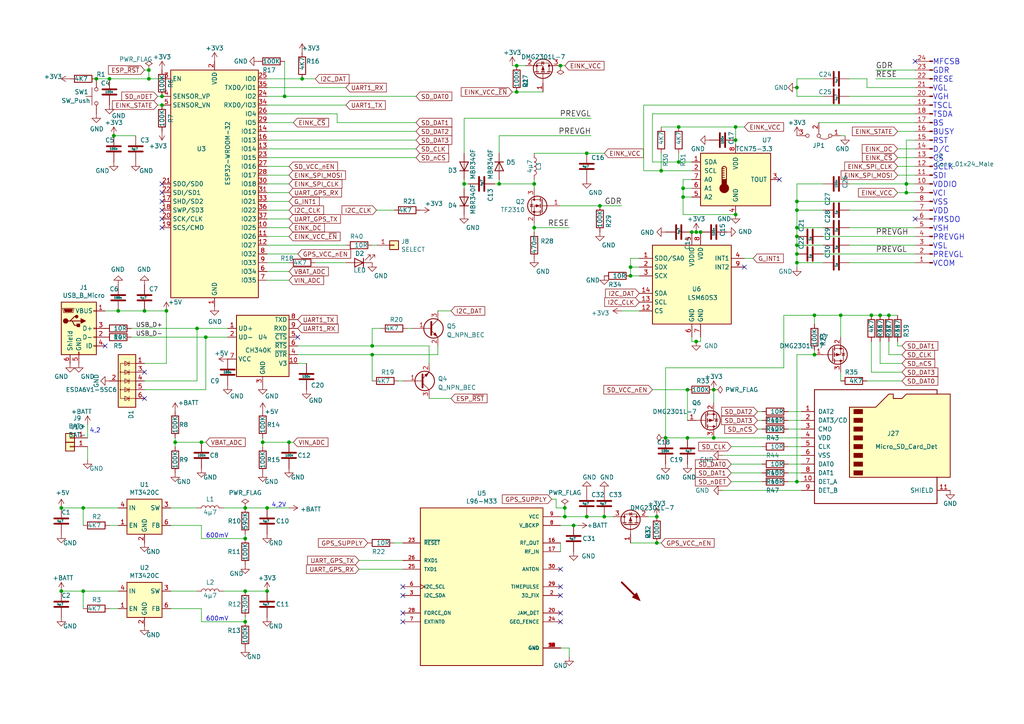
<source format=kicad_sch>
(kicad_sch (version 20210406) (generator eeschema)
  (paper "A4")
  (junction (at 17.78 147.32) (diameter 0.9144))
  (junction (at 17.78 171.45) (diameter 0.9144))
  (junction (at 24.13 147.32) (diameter 0.9144))
  (junction (at 24.13 171.45) (diameter 0.9144))
  (junction (at 27.94 22.86) (diameter 0.9144))
  (junction (at 31.75 22.86) (diameter 0.9144))
  (junction (at 33.02 39.37) (diameter 0.9144))
  (junction (at 34.29 90.17) (diameter 0.9144))
  (junction (at 41.91 90.17) (diameter 0.9144))
  (junction (at 43.18 20.32) (diameter 0.9144))
  (junction (at 43.18 22.86) (diameter 0.9144))
  (junction (at 46.99 27.94) (diameter 0.9144))
  (junction (at 46.99 30.48) (diameter 0.9144))
  (junction (at 48.26 90.17) (diameter 0.9144))
  (junction (at 50.8 128.27) (diameter 0.9144))
  (junction (at 57.15 95.25) (diameter 0.9144))
  (junction (at 58.42 128.27) (diameter 0.9144))
  (junction (at 59.69 97.79) (diameter 0.9144))
  (junction (at 71.12 147.32) (diameter 0.9144))
  (junction (at 71.12 156.21) (diameter 0.9144))
  (junction (at 71.12 171.45) (diameter 0.9144))
  (junction (at 71.12 180.34) (diameter 0.9144))
  (junction (at 76.2 128.27) (diameter 0.9144))
  (junction (at 77.47 147.32) (diameter 0.9144))
  (junction (at 77.47 171.45) (diameter 0.9144))
  (junction (at 82.55 27.94) (diameter 0.9144))
  (junction (at 83.82 128.27) (diameter 0.9144))
  (junction (at 87.63 22.86) (diameter 0.9144))
  (junction (at 107.95 100.33) (diameter 0.9144))
  (junction (at 107.95 102.87) (diameter 0.9144))
  (junction (at 134.62 53.34) (diameter 0.9144))
  (junction (at 144.78 53.34) (diameter 0.9144))
  (junction (at 149.86 19.05) (diameter 0.9144))
  (junction (at 149.86 26.67) (diameter 0.9144))
  (junction (at 154.94 53.34) (diameter 0.9144))
  (junction (at 154.94 66.04) (diameter 0.9144))
  (junction (at 162.56 19.05) (diameter 0.9144))
  (junction (at 163.83 147.32) (diameter 0.9144))
  (junction (at 163.83 149.86) (diameter 0.9144))
  (junction (at 166.37 152.4) (diameter 0.9144))
  (junction (at 170.18 44.45) (diameter 0.9144))
  (junction (at 170.18 149.86) (diameter 0.9144))
  (junction (at 173.99 59.69) (diameter 0.9144))
  (junction (at 175.26 149.86) (diameter 0.9144))
  (junction (at 182.88 77.47) (diameter 0.9144))
  (junction (at 182.88 80.01) (diameter 0.9144))
  (junction (at 190.5 149.86) (diameter 0.9144))
  (junction (at 190.5 157.48) (diameter 0.9144))
  (junction (at 191.77 49.53) (diameter 0.9144))
  (junction (at 193.04 127) (diameter 0.9144))
  (junction (at 196.85 36.83) (diameter 0.9144))
  (junction (at 196.85 46.99) (diameter 0.9144))
  (junction (at 198.12 54.61) (diameter 0.9144))
  (junction (at 198.12 57.15) (diameter 0.9144))
  (junction (at 199.39 113.03) (diameter 0.9144))
  (junction (at 199.39 127) (diameter 0.9144))
  (junction (at 200.66 67.31) (diameter 0.9144))
  (junction (at 201.93 67.31) (diameter 0.9144))
  (junction (at 201.93 99.06) (diameter 0.9144))
  (junction (at 203.2 67.31) (diameter 0.9144))
  (junction (at 207.01 113.03) (diameter 0.9144))
  (junction (at 207.01 127) (diameter 0.9144))
  (junction (at 213.36 36.83) (diameter 0.9144))
  (junction (at 213.36 40.64) (diameter 0.9144))
  (junction (at 213.36 62.23) (diameter 0.9144))
  (junction (at 231.14 25.4) (diameter 0.9144))
  (junction (at 231.14 58.42) (diameter 0.9144))
  (junction (at 231.14 60.96) (diameter 0.9144))
  (junction (at 231.14 66.04) (diameter 0.9144))
  (junction (at 231.14 68.58) (diameter 0.9144))
  (junction (at 231.14 71.12) (diameter 0.9144))
  (junction (at 231.14 73.66) (diameter 0.9144))
  (junction (at 231.14 76.2) (diameter 0.9144))
  (junction (at 231.14 139.7) (diameter 0.9144))
  (junction (at 236.22 91.44) (diameter 0.9144))
  (junction (at 236.22 102.87) (diameter 0.9144))
  (junction (at 243.84 91.44) (diameter 0.9144))
  (junction (at 252.73 91.44) (diameter 0.9144))
  (junction (at 255.27 91.44) (diameter 0.9144))
  (junction (at 257.81 91.44) (diameter 0.9144))
  (junction (at 262.89 53.34) (diameter 0.9144))
  (junction (at 262.89 55.88) (diameter 0.9144))
  (no_connect (at 30.48 100.33))
  (no_connect (at 41.91 107.95))
  (no_connect (at 41.91 115.57))
  (no_connect (at 46.99 53.34))
  (no_connect (at 46.99 55.88))
  (no_connect (at 46.99 58.42))
  (no_connect (at 46.99 60.96))
  (no_connect (at 46.99 63.5))
  (no_connect (at 46.99 66.04))
  (no_connect (at 86.36 97.79))
  (no_connect (at 116.84 170.18))
  (no_connect (at 116.84 172.72))
  (no_connect (at 116.84 177.8))
  (no_connect (at 116.84 180.34))
  (no_connect (at 162.56 165.1))
  (no_connect (at 162.56 170.18))
  (no_connect (at 162.56 172.72))
  (no_connect (at 162.56 177.8))
  (no_connect (at 162.56 180.34))
  (no_connect (at 215.9 77.47))
  (no_connect (at 226.06 52.07))
  (no_connect (at 265.43 17.78))
  (no_connect (at 265.43 63.5))
  (wire (pts (xy 17.78 147.32) (xy 24.13 147.32)))
  (wire (pts (xy 17.78 171.45) (xy 24.13 171.45)))
  (wire (pts (xy 24.13 147.32) (xy 34.29 147.32)))
  (wire (pts (xy 24.13 152.4) (xy 24.13 147.32)))
  (wire (pts (xy 24.13 171.45) (xy 34.29 171.45)))
  (wire (pts (xy 24.13 176.53) (xy 24.13 171.45)))
  (wire (pts (xy 25.4 127) (xy 25.4 123.19)))
  (wire (pts (xy 25.4 129.54) (xy 25.4 133.35)))
  (wire (pts (xy 27.94 22.86) (xy 31.75 22.86)))
  (wire (pts (xy 30.48 90.17) (xy 34.29 90.17)))
  (wire (pts (xy 31.75 22.86) (xy 43.18 22.86)))
  (wire (pts (xy 31.75 152.4) (xy 34.29 152.4)))
  (wire (pts (xy 31.75 176.53) (xy 34.29 176.53)))
  (wire (pts (xy 34.29 90.17) (xy 41.91 90.17)))
  (wire (pts (xy 38.1 95.25) (xy 57.15 95.25)))
  (wire (pts (xy 38.1 97.79) (xy 59.69 97.79)))
  (wire (pts (xy 39.37 39.37) (xy 33.02 39.37)))
  (wire (pts (xy 41.91 20.32) (xy 43.18 20.32)))
  (wire (pts (xy 41.91 90.17) (xy 48.26 90.17)))
  (wire (pts (xy 41.91 105.41) (xy 48.26 105.41)))
  (wire (pts (xy 41.91 110.49) (xy 57.15 110.49)))
  (wire (pts (xy 41.91 113.03) (xy 59.69 113.03)))
  (wire (pts (xy 43.18 20.32) (xy 43.18 22.86)))
  (wire (pts (xy 43.18 22.86) (xy 46.99 22.86)))
  (wire (pts (xy 45.72 27.94) (xy 46.99 27.94)))
  (wire (pts (xy 45.72 30.48) (xy 46.99 30.48)))
  (wire (pts (xy 48.26 105.41) (xy 48.26 90.17)))
  (wire (pts (xy 49.53 147.32) (xy 57.15 147.32)))
  (wire (pts (xy 49.53 152.4) (xy 58.42 152.4)))
  (wire (pts (xy 49.53 171.45) (xy 57.15 171.45)))
  (wire (pts (xy 49.53 176.53) (xy 58.42 176.53)))
  (wire (pts (xy 50.8 127) (xy 50.8 128.27)))
  (wire (pts (xy 50.8 128.27) (xy 50.8 129.54)))
  (wire (pts (xy 50.8 128.27) (xy 58.42 128.27)))
  (wire (pts (xy 57.15 95.25) (xy 57.15 110.49)))
  (wire (pts (xy 57.15 95.25) (xy 66.04 95.25)))
  (wire (pts (xy 58.42 128.27) (xy 59.69 128.27)))
  (wire (pts (xy 58.42 152.4) (xy 58.42 156.21)))
  (wire (pts (xy 58.42 156.21) (xy 71.12 156.21)))
  (wire (pts (xy 58.42 176.53) (xy 58.42 180.34)))
  (wire (pts (xy 58.42 180.34) (xy 71.12 180.34)))
  (wire (pts (xy 59.69 97.79) (xy 59.69 113.03)))
  (wire (pts (xy 59.69 97.79) (xy 66.04 97.79)))
  (wire (pts (xy 64.77 147.32) (xy 71.12 147.32)))
  (wire (pts (xy 64.77 171.45) (xy 71.12 171.45)))
  (wire (pts (xy 71.12 147.32) (xy 77.47 147.32)))
  (wire (pts (xy 71.12 154.94) (xy 71.12 156.21)))
  (wire (pts (xy 71.12 171.45) (xy 77.47 171.45)))
  (wire (pts (xy 71.12 179.07) (xy 71.12 180.34)))
  (wire (pts (xy 76.2 127) (xy 76.2 128.27)))
  (wire (pts (xy 76.2 128.27) (xy 76.2 129.54)))
  (wire (pts (xy 76.2 128.27) (xy 83.82 128.27)))
  (wire (pts (xy 77.47 22.86) (xy 87.63 22.86)))
  (wire (pts (xy 77.47 25.4) (xy 100.33 25.4)))
  (wire (pts (xy 77.47 27.94) (xy 82.55 27.94)))
  (wire (pts (xy 77.47 30.48) (xy 100.33 30.48)))
  (wire (pts (xy 77.47 33.02) (xy 97.79 33.02)))
  (wire (pts (xy 77.47 35.56) (xy 85.09 35.56)))
  (wire (pts (xy 77.47 38.1) (xy 120.65 38.1)))
  (wire (pts (xy 77.47 40.64) (xy 120.65 40.64)))
  (wire (pts (xy 77.47 43.18) (xy 120.65 43.18)))
  (wire (pts (xy 77.47 45.72) (xy 120.65 45.72)))
  (wire (pts (xy 77.47 48.26) (xy 83.82 48.26)))
  (wire (pts (xy 77.47 50.8) (xy 83.82 50.8)))
  (wire (pts (xy 77.47 53.34) (xy 83.82 53.34)))
  (wire (pts (xy 77.47 55.88) (xy 83.82 55.88)))
  (wire (pts (xy 77.47 58.42) (xy 83.82 58.42)))
  (wire (pts (xy 77.47 60.96) (xy 83.82 60.96)))
  (wire (pts (xy 77.47 63.5) (xy 83.82 63.5)))
  (wire (pts (xy 77.47 66.04) (xy 83.82 66.04)))
  (wire (pts (xy 77.47 68.58) (xy 83.82 68.58)))
  (wire (pts (xy 77.47 71.12) (xy 100.33 71.12)))
  (wire (pts (xy 77.47 73.66) (xy 86.36 73.66)))
  (wire (pts (xy 77.47 76.2) (xy 83.82 76.2)))
  (wire (pts (xy 77.47 78.74) (xy 83.82 78.74)))
  (wire (pts (xy 77.47 81.28) (xy 83.82 81.28)))
  (wire (pts (xy 77.47 147.32) (xy 83.82 147.32)))
  (wire (pts (xy 82.55 17.78) (xy 82.55 27.94)))
  (wire (pts (xy 82.55 27.94) (xy 120.65 27.94)))
  (wire (pts (xy 83.82 128.27) (xy 85.09 128.27)))
  (wire (pts (xy 86.36 100.33) (xy 107.95 100.33)))
  (wire (pts (xy 86.36 102.87) (xy 107.95 102.87)))
  (wire (pts (xy 86.36 105.41) (xy 88.9 105.41)))
  (wire (pts (xy 87.63 22.86) (xy 91.44 22.86)))
  (wire (pts (xy 97.79 33.02) (xy 97.79 35.56)))
  (wire (pts (xy 97.79 35.56) (xy 120.65 35.56)))
  (wire (pts (xy 100.33 76.2) (xy 91.44 76.2)))
  (wire (pts (xy 104.14 162.56) (xy 116.84 162.56)))
  (wire (pts (xy 104.14 165.1) (xy 116.84 165.1)))
  (wire (pts (xy 107.95 71.12) (xy 109.22 71.12)))
  (wire (pts (xy 107.95 95.25) (xy 110.49 95.25)))
  (wire (pts (xy 107.95 100.33) (xy 107.95 95.25)))
  (wire (pts (xy 107.95 100.33) (xy 124.46 100.33)))
  (wire (pts (xy 107.95 102.87) (xy 107.95 110.49)))
  (wire (pts (xy 107.95 102.87) (xy 127 102.87)))
  (wire (pts (xy 109.22 60.96) (xy 114.3 60.96)))
  (wire (pts (xy 115.57 110.49) (xy 116.84 110.49)))
  (wire (pts (xy 116.84 157.48) (xy 114.3 157.48)))
  (wire (pts (xy 118.11 95.25) (xy 119.38 95.25)))
  (wire (pts (xy 124.46 100.33) (xy 124.46 105.41)))
  (wire (pts (xy 124.46 115.57) (xy 130.81 115.57)))
  (wire (pts (xy 127 90.17) (xy 130.81 90.17)))
  (wire (pts (xy 127 100.33) (xy 127 102.87)))
  (wire (pts (xy 134.62 34.29) (xy 171.45 34.29)))
  (wire (pts (xy 134.62 44.45) (xy 134.62 34.29)))
  (wire (pts (xy 134.62 53.34) (xy 134.62 52.07)))
  (wire (pts (xy 134.62 54.61) (xy 134.62 53.34)))
  (wire (pts (xy 135.89 53.34) (xy 134.62 53.34)))
  (wire (pts (xy 143.51 53.34) (xy 144.78 53.34)))
  (wire (pts (xy 144.78 39.37) (xy 171.45 39.37)))
  (wire (pts (xy 144.78 44.45) (xy 144.78 39.37)))
  (wire (pts (xy 144.78 53.34) (xy 144.78 52.07)))
  (wire (pts (xy 148.59 19.05) (xy 149.86 19.05)))
  (wire (pts (xy 148.59 26.67) (xy 149.86 26.67)))
  (wire (pts (xy 149.86 19.05) (xy 152.4 19.05)))
  (wire (pts (xy 149.86 26.67) (xy 157.48 26.67)))
  (wire (pts (xy 154.94 52.07) (xy 154.94 53.34)))
  (wire (pts (xy 154.94 53.34) (xy 144.78 53.34)))
  (wire (pts (xy 154.94 53.34) (xy 154.94 54.61)))
  (wire (pts (xy 154.94 64.77) (xy 154.94 66.04)))
  (wire (pts (xy 154.94 66.04) (xy 154.94 67.31)))
  (wire (pts (xy 154.94 66.04) (xy 165.1 66.04)))
  (wire (pts (xy 160.02 144.78) (xy 161.29 144.78)))
  (wire (pts (xy 161.29 144.78) (xy 161.29 147.32)))
  (wire (pts (xy 161.29 147.32) (xy 163.83 147.32)))
  (wire (pts (xy 162.56 19.05) (xy 163.83 19.05)))
  (wire (pts (xy 162.56 59.69) (xy 173.99 59.69)))
  (wire (pts (xy 162.56 149.86) (xy 163.83 149.86)))
  (wire (pts (xy 162.56 152.4) (xy 166.37 152.4)))
  (wire (pts (xy 162.56 157.48) (xy 162.56 160.02)))
  (wire (pts (xy 162.56 187.96) (xy 165.1 187.96)))
  (wire (pts (xy 163.83 147.32) (xy 163.83 149.86)))
  (wire (pts (xy 163.83 149.86) (xy 170.18 149.86)))
  (wire (pts (xy 165.1 187.96) (xy 165.1 190.5)))
  (wire (pts (xy 167.64 152.4) (xy 166.37 152.4)))
  (wire (pts (xy 170.18 44.45) (xy 154.94 44.45)))
  (wire (pts (xy 170.18 44.45) (xy 175.26 44.45)))
  (wire (pts (xy 170.18 149.86) (xy 175.26 149.86)))
  (wire (pts (xy 173.99 59.69) (xy 180.34 59.69)))
  (wire (pts (xy 175.26 149.86) (xy 177.8 149.86)))
  (wire (pts (xy 182.88 74.93) (xy 182.88 77.47)))
  (wire (pts (xy 182.88 77.47) (xy 182.88 80.01)))
  (wire (pts (xy 182.88 80.01) (xy 185.42 80.01)))
  (wire (pts (xy 185.42 74.93) (xy 182.88 74.93)))
  (wire (pts (xy 185.42 77.47) (xy 182.88 77.47)))
  (wire (pts (xy 185.42 90.17) (xy 180.34 90.17)))
  (wire (pts (xy 186.69 30.48) (xy 186.69 49.53)))
  (wire (pts (xy 189.23 33.02) (xy 189.23 46.99)))
  (wire (pts (xy 189.23 33.02) (xy 265.43 33.02)))
  (wire (pts (xy 189.23 113.03) (xy 199.39 113.03)))
  (wire (pts (xy 190.5 149.86) (xy 187.96 149.86)))
  (wire (pts (xy 190.5 157.48) (xy 182.88 157.48)))
  (wire (pts (xy 191.77 36.83) (xy 196.85 36.83)))
  (wire (pts (xy 191.77 44.45) (xy 191.77 49.53)))
  (wire (pts (xy 191.77 49.53) (xy 186.69 49.53)))
  (wire (pts (xy 191.77 157.48) (xy 190.5 157.48)))
  (wire (pts (xy 193.04 127) (xy 193.04 106.68)))
  (wire (pts (xy 193.04 127) (xy 199.39 127)))
  (wire (pts (xy 196.85 36.83) (xy 213.36 36.83)))
  (wire (pts (xy 196.85 44.45) (xy 196.85 46.99)))
  (wire (pts (xy 196.85 46.99) (xy 189.23 46.99)))
  (wire (pts (xy 198.12 52.07) (xy 200.66 52.07)))
  (wire (pts (xy 198.12 54.61) (xy 198.12 52.07)))
  (wire (pts (xy 198.12 57.15) (xy 198.12 54.61)))
  (wire (pts (xy 198.12 62.23) (xy 198.12 57.15)))
  (wire (pts (xy 199.39 121.92) (xy 199.39 113.03)))
  (wire (pts (xy 199.39 127) (xy 207.01 127)))
  (wire (pts (xy 200.66 46.99) (xy 196.85 46.99)))
  (wire (pts (xy 200.66 49.53) (xy 191.77 49.53)))
  (wire (pts (xy 200.66 54.61) (xy 198.12 54.61)))
  (wire (pts (xy 200.66 57.15) (xy 198.12 57.15)))
  (wire (pts (xy 200.66 67.31) (xy 201.93 67.31)))
  (wire (pts (xy 200.66 97.79) (xy 200.66 99.06)))
  (wire (pts (xy 200.66 99.06) (xy 201.93 99.06)))
  (wire (pts (xy 201.93 67.31) (xy 203.2 67.31)))
  (wire (pts (xy 203.2 97.79) (xy 203.2 99.06)))
  (wire (pts (xy 203.2 99.06) (xy 201.93 99.06)))
  (wire (pts (xy 207.01 113.03) (xy 207.01 116.84)))
  (wire (pts (xy 207.01 127) (xy 232.41 127)))
  (wire (pts (xy 209.55 132.08) (xy 232.41 132.08)))
  (wire (pts (xy 209.55 142.24) (xy 232.41 142.24)))
  (wire (pts (xy 212.09 129.54) (xy 220.98 129.54)))
  (wire (pts (xy 212.09 134.62) (xy 220.98 134.62)))
  (wire (pts (xy 212.09 137.16) (xy 220.98 137.16)))
  (wire (pts (xy 212.09 139.7) (xy 220.98 139.7)))
  (wire (pts (xy 213.36 40.64) (xy 213.36 36.83)))
  (wire (pts (xy 213.36 41.91) (xy 213.36 40.64)))
  (wire (pts (xy 213.36 62.23) (xy 198.12 62.23)))
  (wire (pts (xy 215.9 36.83) (xy 213.36 36.83)))
  (wire (pts (xy 215.9 74.93) (xy 218.44 74.93)))
  (wire (pts (xy 219.71 119.38) (xy 220.98 119.38)))
  (wire (pts (xy 219.71 121.92) (xy 220.98 121.92)))
  (wire (pts (xy 219.71 124.46) (xy 220.98 124.46)))
  (wire (pts (xy 227.33 91.44) (xy 227.33 106.68)))
  (wire (pts (xy 227.33 91.44) (xy 236.22 91.44)))
  (wire (pts (xy 227.33 106.68) (xy 193.04 106.68)))
  (wire (pts (xy 228.6 119.38) (xy 232.41 119.38)))
  (wire (pts (xy 228.6 121.92) (xy 232.41 121.92)))
  (wire (pts (xy 228.6 124.46) (xy 232.41 124.46)))
  (wire (pts (xy 228.6 129.54) (xy 232.41 129.54)))
  (wire (pts (xy 228.6 134.62) (xy 232.41 134.62)))
  (wire (pts (xy 228.6 137.16) (xy 232.41 137.16)))
  (wire (pts (xy 228.6 139.7) (xy 231.14 139.7)))
  (wire (pts (xy 231.14 22.86) (xy 231.14 25.4)))
  (wire (pts (xy 231.14 25.4) (xy 231.14 27.94)))
  (wire (pts (xy 231.14 53.34) (xy 231.14 58.42)))
  (wire (pts (xy 231.14 58.42) (xy 231.14 60.96)))
  (wire (pts (xy 231.14 60.96) (xy 231.14 66.04)))
  (wire (pts (xy 231.14 66.04) (xy 231.14 68.58)))
  (wire (pts (xy 231.14 66.04) (xy 238.76 66.04)))
  (wire (pts (xy 231.14 68.58) (xy 231.14 71.12)))
  (wire (pts (xy 231.14 71.12) (xy 231.14 73.66)))
  (wire (pts (xy 231.14 73.66) (xy 231.14 76.2)))
  (wire (pts (xy 231.14 76.2) (xy 231.14 77.47)))
  (wire (pts (xy 231.14 102.87) (xy 236.22 102.87)))
  (wire (pts (xy 231.14 139.7) (xy 231.14 102.87)))
  (wire (pts (xy 231.14 139.7) (xy 232.41 139.7)))
  (wire (pts (xy 236.22 91.44) (xy 236.22 93.98)))
  (wire (pts (xy 236.22 91.44) (xy 243.84 91.44)))
  (wire (pts (xy 236.22 102.87) (xy 236.22 101.6)))
  (wire (pts (xy 238.76 22.86) (xy 231.14 22.86)))
  (wire (pts (xy 238.76 27.94) (xy 231.14 27.94)))
  (wire (pts (xy 238.76 53.34) (xy 231.14 53.34)))
  (wire (pts (xy 238.76 60.96) (xy 231.14 60.96)))
  (wire (pts (xy 238.76 68.58) (xy 265.43 68.58)))
  (wire (pts (xy 238.76 71.12) (xy 231.14 71.12)))
  (wire (pts (xy 238.76 73.66) (xy 265.43 73.66)))
  (wire (pts (xy 238.76 76.2) (xy 231.14 76.2)))
  (wire (pts (xy 243.84 91.44) (xy 252.73 91.44)))
  (wire (pts (xy 243.84 97.79) (xy 243.84 91.44)))
  (wire (pts (xy 243.84 110.49) (xy 243.84 107.95)))
  (wire (pts (xy 245.11 39.37) (xy 243.84 39.37)))
  (wire (pts (xy 246.38 27.94) (xy 265.43 27.94)))
  (wire (pts (xy 246.38 53.34) (xy 262.89 53.34)))
  (wire (pts (xy 246.38 60.96) (xy 265.43 60.96)))
  (wire (pts (xy 246.38 66.04) (xy 265.43 66.04)))
  (wire (pts (xy 246.38 71.12) (xy 265.43 71.12)))
  (wire (pts (xy 246.38 76.2) (xy 265.43 76.2)))
  (wire (pts (xy 251.46 22.86) (xy 246.38 22.86)))
  (wire (pts (xy 251.46 25.4) (xy 251.46 22.86)))
  (wire (pts (xy 252.73 91.44) (xy 255.27 91.44)))
  (wire (pts (xy 252.73 107.95) (xy 252.73 99.06)))
  (wire (pts (xy 254 20.32) (xy 265.43 20.32)))
  (wire (pts (xy 254 22.86) (xy 265.43 22.86)))
  (wire (pts (xy 255.27 91.44) (xy 257.81 91.44)))
  (wire (pts (xy 255.27 105.41) (xy 255.27 99.06)))
  (wire (pts (xy 257.81 91.44) (xy 260.35 91.44)))
  (wire (pts (xy 257.81 102.87) (xy 257.81 99.06)))
  (wire (pts (xy 260.35 50.8) (xy 265.43 50.8)))
  (wire (pts (xy 260.35 55.88) (xy 262.89 55.88)))
  (wire (pts (xy 260.35 100.33) (xy 260.35 99.06)))
  (wire (pts (xy 261.62 100.33) (xy 260.35 100.33)))
  (wire (pts (xy 261.62 102.87) (xy 257.81 102.87)))
  (wire (pts (xy 261.62 105.41) (xy 255.27 105.41)))
  (wire (pts (xy 261.62 107.95) (xy 252.73 107.95)))
  (wire (pts (xy 261.62 110.49) (xy 251.46 110.49)))
  (wire (pts (xy 262.89 40.64) (xy 262.89 53.34)))
  (wire (pts (xy 262.89 53.34) (xy 265.43 53.34)))
  (wire (pts (xy 262.89 55.88) (xy 262.89 53.34)))
  (wire (pts (xy 265.43 25.4) (xy 251.46 25.4)))
  (wire (pts (xy 265.43 30.48) (xy 186.69 30.48)))
  (wire (pts (xy 265.43 35.56) (xy 237.49 35.56)))
  (wire (pts (xy 265.43 38.1) (xy 260.35 38.1)))
  (wire (pts (xy 265.43 40.64) (xy 262.89 40.64)))
  (wire (pts (xy 265.43 43.18) (xy 260.35 43.18)))
  (wire (pts (xy 265.43 45.72) (xy 260.35 45.72)))
  (wire (pts (xy 265.43 48.26) (xy 260.35 48.26)))
  (wire (pts (xy 265.43 55.88) (xy 262.89 55.88)))
  (wire (pts (xy 265.43 58.42) (xy 231.14 58.42)))
  (text "4,2" (at 29.21 125.73 180) (effects (font (size 1.27 1.27)) (justify right bottom)))
  (text "600mV" (at 59.69 156.21 0) (effects (font (size 1.27 1.27)) (justify left bottom)))
  (text "600mV" (at 59.69 180.34 0) (effects (font (size 1.27 1.27)) (justify left bottom)))
  (text "4,2V" (at 78.74 147.32 0) (effects (font (size 1.27 1.27)) (justify left bottom)))
  (text "MFCSB\nGDR\nRESE\nVGL\nVGH\nTSCL\nTSDA\nBS\nBUSY\nRST\nD/C\nCS\nSCLK\nSDI\nVDDIO\nVCI\nVSS\nVDD\nFMSDO\nVSH\nPREVGH\nVSL\nPREVGL\nVCOM" (at 270.51 77.47 0) (effects (font (size 1.58 1.58)) (justify left bottom)))
  (label "USB_D+" (at 39.37 95.25 0))
  (label "USB_D-" (at 39.37 97.79 0))
  (label "RESE" (at 165.1 66.04 180) (effects (font (size 1.6002 1.6002))))
  (label "PREVGL" (at 171.45 34.29 180) (effects (font (size 1.6002 1.6002))))
  (label "PREVGH" (at 171.45 39.37 180) (effects (font (size 1.6002 1.6002))))
  (label "GDR" (at 180.34 59.69 180) (effects (font (size 1.6002 1.6002))))
  (label "GDR" (at 254 20.32 0) (effects (font (size 1.6002 1.6002))))
  (label "RESE" (at 254 22.86 0) (effects (font (size 1.6002 1.6002))))
  (label "PREVGH" (at 254 68.58 0) (effects (font (size 1.6002 1.6002))))
  (label "PREVGL" (at 254 73.66 0) (effects (font (size 1.6002 1.6002))))
  (global_label "ESP_~RST" (shape input) (at 41.91 20.32 180) (property "Intersheet References" "${INTERSHEET_REFS}" (effects hide)))
  (global_label "SD_nDET" (shape input) (at 45.72 27.94 180) (property "Intersheet References" "${INTERSHEET_REFS}" (effects hide)))
  (global_label "EINK_STATE" (shape input) (at 45.72 30.48 180) (property "Intersheet References" "${INTERSHEET_REFS}" (effects hide)))
  (global_label "VBAT_ADC" (shape input) (at 59.69 128.27 0) (property "Intersheet References" "${INTERSHEET_REFS}" (effects hide)))
  (global_label "SD_VCC_nEN" (shape input) (at 83.82 48.26 0) (property "Intersheet References" "${INTERSHEET_REFS}" (effects hide)))
  (global_label "EINK_SPI_MOSI" (shape input) (at 83.82 50.8 0) (property "Intersheet References" "${INTERSHEET_REFS}" (effects hide)))
  (global_label "EINK_SPI_CLK" (shape input) (at 83.82 53.34 0) (property "Intersheet References" "${INTERSHEET_REFS}" (effects hide)))
  (global_label "UART_GPS_RX" (shape input) (at 83.82 55.88 0) (property "Intersheet References" "${INTERSHEET_REFS}" (effects hide)))
  (global_label "G_INT1" (shape input) (at 83.82 58.42 0) (property "Intersheet References" "${INTERSHEET_REFS}" (effects hide)))
  (global_label "I2C_CLK" (shape input) (at 83.82 60.96 0) (property "Intersheet References" "${INTERSHEET_REFS}" (effects hide)))
  (global_label "UART_GPS_TX" (shape input) (at 83.82 63.5 0) (property "Intersheet References" "${INTERSHEET_REFS}" (effects hide)))
  (global_label "EINK_DC" (shape input) (at 83.82 66.04 0) (property "Intersheet References" "${INTERSHEET_REFS}" (effects hide)))
  (global_label "EINK_VCC_~EN" (shape input) (at 83.82 68.58 0) (property "Intersheet References" "${INTERSHEET_REFS}" (effects hide)))
  (global_label "VBAT_ADC" (shape input) (at 83.82 78.74 0) (property "Intersheet References" "${INTERSHEET_REFS}" (effects hide)))
  (global_label "VIN_ADC" (shape input) (at 83.82 81.28 0) (property "Intersheet References" "${INTERSHEET_REFS}" (effects hide)))
  (global_label "EINK_~CS" (shape input) (at 85.09 35.56 0) (property "Intersheet References" "${INTERSHEET_REFS}" (effects hide)))
  (global_label "VIN_ADC" (shape input) (at 85.09 128.27 0) (property "Intersheet References" "${INTERSHEET_REFS}" (effects hide)))
  (global_label "GPS_VCC_nEN" (shape input) (at 86.36 73.66 0) (property "Intersheet References" "${INTERSHEET_REFS}" (effects hide)))
  (global_label "UART1_TX" (shape input) (at 86.36 92.71 0) (property "Intersheet References" "${INTERSHEET_REFS}" (effects hide)))
  (global_label "UART1_RX" (shape input) (at 86.36 95.25 0) (property "Intersheet References" "${INTERSHEET_REFS}" (effects hide)))
  (global_label "I2C_DAT" (shape input) (at 91.44 22.86 0) (property "Intersheet References" "${INTERSHEET_REFS}" (effects hide)))
  (global_label "UART1_RX" (shape input) (at 100.33 25.4 0) (property "Intersheet References" "${INTERSHEET_REFS}" (effects hide)))
  (global_label "UART1_TX" (shape input) (at 100.33 30.48 0) (property "Intersheet References" "${INTERSHEET_REFS}" (effects hide)))
  (global_label "UART_GPS_TX" (shape input) (at 104.14 162.56 180) (property "Intersheet References" "${INTERSHEET_REFS}" (effects hide)))
  (global_label "UART_GPS_RX" (shape input) (at 104.14 165.1 180) (property "Intersheet References" "${INTERSHEET_REFS}" (effects hide)))
  (global_label "GPS_SUPPLY" (shape input) (at 106.68 157.48 180) (property "Intersheet References" "${INTERSHEET_REFS}" (effects hide)))
  (global_label "I2C_CLK" (shape input) (at 109.22 60.96 180) (property "Intersheet References" "${INTERSHEET_REFS}" (effects hide)))
  (global_label "SD_DAT0" (shape input) (at 120.65 27.94 0) (property "Intersheet References" "${INTERSHEET_REFS}" (effects hide)))
  (global_label "SD_DAT1" (shape input) (at 120.65 35.56 0) (property "Intersheet References" "${INTERSHEET_REFS}" (effects hide)))
  (global_label "SD_DAT2" (shape input) (at 120.65 38.1 0) (property "Intersheet References" "${INTERSHEET_REFS}" (effects hide)))
  (global_label "SD_DAT3" (shape input) (at 120.65 40.64 0) (property "Intersheet References" "${INTERSHEET_REFS}" (effects hide)))
  (global_label "SD_CLK" (shape input) (at 120.65 43.18 0) (property "Intersheet References" "${INTERSHEET_REFS}" (effects hide)))
  (global_label "SD_nCS" (shape input) (at 120.65 45.72 0) (property "Intersheet References" "${INTERSHEET_REFS}" (effects hide)))
  (global_label "I2C_DAT" (shape input) (at 130.81 90.17 0) (property "Intersheet References" "${INTERSHEET_REFS}" (effects hide)))
  (global_label "ESP_~RST" (shape input) (at 130.81 115.57 0) (property "Intersheet References" "${INTERSHEET_REFS}" (effects hide)))
  (global_label "EINK_VCC_~EN" (shape input) (at 148.59 26.67 180) (property "Intersheet References" "${INTERSHEET_REFS}" (effects hide)))
  (global_label "GPS_SUPPLY" (shape input) (at 160.02 144.78 180) (property "Intersheet References" "${INTERSHEET_REFS}" (effects hide)))
  (global_label "EINK_VCC" (shape input) (at 163.83 19.05 0) (property "Intersheet References" "${INTERSHEET_REFS}" (effects hide)))
  (global_label "EINK_VCC" (shape input) (at 175.26 44.45 0) (property "Intersheet References" "${INTERSHEET_REFS}" (effects hide)))
  (global_label "I2C_DAT" (shape input) (at 185.42 85.09 180) (property "Intersheet References" "${INTERSHEET_REFS}" (effects hide)))
  (global_label "I2C_CLK" (shape input) (at 185.42 87.63 180) (property "Intersheet References" "${INTERSHEET_REFS}" (effects hide)))
  (global_label "SD_VCC_nEN" (shape input) (at 189.23 113.03 180) (property "Intersheet References" "${INTERSHEET_REFS}" (effects hide)))
  (global_label "GPS_VCC_nEN" (shape input) (at 191.77 157.48 0) (property "Intersheet References" "${INTERSHEET_REFS}" (effects hide)))
  (global_label "SD_CLK" (shape input) (at 212.09 129.54 180) (property "Intersheet References" "${INTERSHEET_REFS}" (effects hide)))
  (global_label "SD_DAT0" (shape input) (at 212.09 134.62 180) (property "Intersheet References" "${INTERSHEET_REFS}" (effects hide)))
  (global_label "SD_DAT1" (shape input) (at 212.09 137.16 180) (property "Intersheet References" "${INTERSHEET_REFS}" (effects hide)))
  (global_label "SD_nDET" (shape input) (at 212.09 139.7 180) (property "Intersheet References" "${INTERSHEET_REFS}" (effects hide)))
  (global_label "EINK_VCC" (shape input) (at 215.9 36.83 0) (property "Intersheet References" "${INTERSHEET_REFS}" (effects hide)))
  (global_label "G_INT1" (shape input) (at 218.44 74.93 0) (property "Intersheet References" "${INTERSHEET_REFS}" (effects hide)))
  (global_label "SD_DAT2" (shape input) (at 219.71 119.38 180) (property "Intersheet References" "${INTERSHEET_REFS}" (effects hide)))
  (global_label "SD_DAT3" (shape input) (at 219.71 121.92 180) (property "Intersheet References" "${INTERSHEET_REFS}" (effects hide)))
  (global_label "SD_nCS" (shape input) (at 219.71 124.46 180) (property "Intersheet References" "${INTERSHEET_REFS}" (effects hide)))
  (global_label "EINK_STATE" (shape input) (at 260.35 38.1 180) (property "Intersheet References" "${INTERSHEET_REFS}" (effects hide)))
  (global_label "EINK_DC" (shape input) (at 260.35 43.18 180) (property "Intersheet References" "${INTERSHEET_REFS}" (effects hide)))
  (global_label "EINK_~CS" (shape input) (at 260.35 45.72 180) (property "Intersheet References" "${INTERSHEET_REFS}" (effects hide)))
  (global_label "EINK_SPI_CLK" (shape input) (at 260.35 48.26 180) (property "Intersheet References" "${INTERSHEET_REFS}" (effects hide)))
  (global_label "EINK_SPI_MOSI" (shape input) (at 260.35 50.8 180) (property "Intersheet References" "${INTERSHEET_REFS}" (effects hide)))
  (global_label "EINK_VCC" (shape input) (at 260.35 55.88 180) (property "Intersheet References" "${INTERSHEET_REFS}" (effects hide)))
  (global_label "SD_DAT1" (shape input) (at 261.62 100.33 0) (property "Intersheet References" "${INTERSHEET_REFS}" (effects hide)))
  (global_label "SD_CLK" (shape input) (at 261.62 102.87 0) (property "Intersheet References" "${INTERSHEET_REFS}" (effects hide)))
  (global_label "SD_nCS" (shape input) (at 261.62 105.41 0) (property "Intersheet References" "${INTERSHEET_REFS}" (effects hide)))
  (global_label "SD_DAT3" (shape input) (at 261.62 107.95 0) (property "Intersheet References" "${INTERSHEET_REFS}" (effects hide)))
  (global_label "SD_DAT0" (shape input) (at 261.62 110.49 0) (property "Intersheet References" "${INTERSHEET_REFS}" (effects hide)))
  (symbol (lib_id "power:+5V") (at 17.78 147.32 0) (unit 1)
    (property "Reference" "#PWR0112" (effects hide))
    (property "Value" "+5V" (at 18.161 142.9258 0))
  )
  (symbol (lib_id "power:+BATT") (at 17.78 171.45 0) (unit 1)
    (property "Reference" "#PWR0105" (effects hide))
    (property "Value" "+BATT" (at 15.24 167.64 0) (effects (justify left)))
  )
  (symbol (lib_id "power:+3V3") (at 20.32 22.86 90) (unit 1)
    (property "Reference" "#PWR0142" (effects hide))
    (property "Value" "+3V3" (at 12.7 22.2249 90) (effects (justify right)))
  )
  (symbol (lib_id "power:+BATT") (at 25.4 123.19 0) (mirror y) (unit 1)
    (property "Reference" "#PWR031" (effects hide))
    (property "Value" "+BATT" (at 26.67 119.38 0) (effects (justify left)))
  )
  (symbol (lib_id "power:+3V3") (at 33.02 39.37 0) (unit 1)
    (property "Reference" "#PWR0143" (effects hide))
    (property "Value" "+3V3" (at 33.02 35.56 0))
  )
  (symbol (lib_id "power:+3V3") (at 46.99 20.32 0) (unit 1)
    (property "Reference" "#PWR0144" (effects hide))
    (property "Value" "+3V3" (at 46.99 16.51 0))
  )
  (symbol (lib_id "power:+3V3") (at 46.99 38.1 180) (unit 1)
    (property "Reference" "#PWR0145" (effects hide))
    (property "Value" "+3V3" (at 43.18 42.3544 0) (effects (justify right)))
  )
  (symbol (lib_id "power:+5V") (at 48.26 90.17 0) (unit 1)
    (property "Reference" "#PWR0113" (effects hide))
    (property "Value" "+5V" (at 50.8 87.63 0))
  )
  (symbol (lib_id "power:+BATT") (at 50.8 119.38 0) (unit 1)
    (property "Reference" "#PWR036" (effects hide))
    (property "Value" "+BATT" (at 54.61 116.84 0))
  )
  (symbol (lib_id "power:+3V3") (at 62.23 17.78 0) (unit 1)
    (property "Reference" "#PWR0135" (effects hide))
    (property "Value" "+3V3" (at 62.23 13.97 0))
  )
  (symbol (lib_id "power:+5V") (at 66.04 104.14 90) (unit 1)
    (property "Reference" "#PWR0114" (effects hide))
    (property "Value" "+5V" (at 64.1858 102.489 90))
  )
  (symbol (lib_id "power:+5V") (at 76.2 119.38 0) (unit 1)
    (property "Reference" "#PWR0122" (effects hide))
    (property "Value" "+5V" (at 78.74 119.38 0))
  )
  (symbol (lib_id "power:+3V3") (at 77.47 171.45 0) (unit 1)
    (property "Reference" "#PWR0118" (effects hide))
    (property "Value" "+3V3" (at 77.47 167.64 0))
  )
  (symbol (lib_id "power:+BATT") (at 83.82 147.32 270) (unit 1)
    (property "Reference" "#PWR0111" (effects hide))
    (property "Value" "+BATT" (at 87.0712 147.701 90) (effects (justify left)))
  )
  (symbol (lib_id "power:+3V3") (at 87.63 15.24 0) (unit 1)
    (property "Reference" "#PWR0141" (effects hide))
    (property "Value" "+3V3" (at 90.17 13.97 0))
  )
  (symbol (lib_id "power:+3V3") (at 121.92 60.96 270) (unit 1)
    (property "Reference" "#PWR0137" (effects hide))
    (property "Value" "+3V3" (at 123.19 59.0549 90) (effects (justify left)))
  )
  (symbol (lib_id "power:+3V3") (at 148.59 19.05 0) (unit 1)
    (property "Reference" "#PWR0136" (effects hide))
    (property "Value" "+3V3" (at 148.59 15.24 0))
  )
  (symbol (lib_id "power:+BATT") (at 167.64 152.4 270) (unit 1)
    (property "Reference" "#PWR02" (effects hide))
    (property "Value" "+BATT" (at 170.18 152.4 90) (effects (justify left)))
  )
  (symbol (lib_id "power:+3V3") (at 180.34 90.17 90) (unit 1)
    (property "Reference" "#PWR0146" (effects hide))
    (property "Value" "+3V3" (at 171.45 90.8049 90) (effects (justify right)))
  )
  (symbol (lib_id "power:+3V3") (at 190.5 149.86 0) (unit 1)
    (property "Reference" "#PWR0119" (effects hide))
    (property "Value" "+3V3" (at 190.5 146.05 0))
  )
  (symbol (lib_id "power:+3V3") (at 201.93 67.31 0) (unit 1)
    (property "Reference" "#PWR0133" (effects hide))
    (property "Value" "+3V3" (at 201.93 63.5 0))
  )
  (symbol (lib_id "power:+3V3") (at 207.01 113.03 0) (unit 1)
    (property "Reference" "#PWR0140" (effects hide))
    (property "Value" "+3V3" (at 207.01 109.22 0))
  )
  (symbol (lib_id "power:+3V3") (at 231.14 39.37 0) (unit 1)
    (property "Reference" "#PWR0139" (effects hide))
    (property "Value" "+3V3" (at 231.14 35.56 0))
  )
  (symbol (lib_id "power:PWR_FLAG") (at 43.18 20.32 0) (unit 1)
    (property "Reference" "#FLG0105" (effects hide))
    (property "Value" "PWR_FLAG" (at 39.37 17.1958 0))
  )
  (symbol (lib_id "power:PWR_FLAG") (at 71.12 147.32 0) (unit 1)
    (property "Reference" "#FLG0104" (effects hide))
    (property "Value" "PWR_FLAG" (at 71.12 142.9258 0))
  )
  (symbol (lib_id "power:PWR_FLAG") (at 162.56 19.05 180) (unit 1)
    (property "Reference" "#FLG0103" (effects hide))
    (property "Value" "PWR_FLAG" (effects hide))
  )
  (symbol (lib_id "power:PWR_FLAG") (at 163.83 147.32 0) (unit 1)
    (property "Reference" "#FLG0102" (effects hide))
    (property "Value" "PWR_FLAG" (at 163.83 142.9258 0))
  )
  (symbol (lib_id "power:PWR_FLAG") (at 193.04 127 90) (unit 1)
    (property "Reference" "#FLG0101" (effects hide))
    (property "Value" "PWR_FLAG" (effects hide))
  )
  (symbol (lib_id "power:PWR_FLAG") (at 207.01 113.03 270) (unit 1)
    (property "Reference" "#FLG01" (effects hide))
    (property "Value" "PWR_FLAG" (at 210.2612 113.03 90) (effects (justify left)))
  )
  (symbol (lib_id "power:GND") (at 17.78 154.94 0) (unit 1)
    (property "Reference" "#PWR0110" (effects hide))
    (property "Value" "GND" (at 20.32 157.48 0))
  )
  (symbol (lib_id "power:GND") (at 17.78 179.07 0) (unit 1)
    (property "Reference" "#PWR0104" (effects hide))
    (property "Value" "GND" (at 20.32 181.61 0))
  )
  (symbol (lib_id "power:GND") (at 20.32 105.41 0) (unit 1)
    (property "Reference" "#PWR04" (effects hide))
    (property "Value" "GND" (at 17.78 109.22 0))
  )
  (symbol (lib_id "power:GND") (at 22.86 105.41 0) (unit 1)
    (property "Reference" "#PWR05" (effects hide))
    (property "Value" "GND" (at 25.4 109.22 0))
  )
  (symbol (lib_id "power:GND") (at 25.4 133.35 0) (mirror y) (unit 1)
    (property "Reference" "#PWR032" (effects hide))
    (property "Value" "GND" (at 27.94 135.89 0))
  )
  (symbol (lib_id "power:GND") (at 27.94 33.02 0) (unit 1)
    (property "Reference" "#PWR06" (effects hide))
    (property "Value" "GND" (at 28.067 37.4142 0))
  )
  (symbol (lib_id "power:GND") (at 31.75 30.48 0) (unit 1)
    (property "Reference" "#PWR011" (effects hide))
    (property "Value" "GND" (at 34.417 33.6042 0))
  )
  (symbol (lib_id "power:GND") (at 31.75 110.49 270) (unit 1)
    (property "Reference" "#PWR0116" (effects hide))
    (property "Value" "GND" (at 27.94 110.49 0))
  )
  (symbol (lib_id "power:GND") (at 33.02 46.99 0) (unit 1)
    (property "Reference" "#PWR08" (effects hide))
    (property "Value" "GND" (at 31.75 49.53 0) (effects (justify right)))
  )
  (symbol (lib_id "power:GND") (at 34.29 82.55 180) (unit 1)
    (property "Reference" "#PWR09" (effects hide))
    (property "Value" "GND" (at 34.163 78.1558 0))
  )
  (symbol (lib_id "power:GND") (at 39.37 46.99 0) (unit 1)
    (property "Reference" "#PWR010" (effects hide))
    (property "Value" "GND" (at 44.45 49.53 0) (effects (justify right)))
  )
  (symbol (lib_id "power:GND") (at 41.91 82.55 180) (unit 1)
    (property "Reference" "#PWR012" (effects hide))
    (property "Value" "GND" (at 41.783 78.1558 0))
  )
  (symbol (lib_id "power:GND") (at 41.91 157.48 0) (unit 1)
    (property "Reference" "#PWR0109" (effects hide))
    (property "Value" "GND" (at 44.45 160.02 0))
  )
  (symbol (lib_id "power:GND") (at 41.91 181.61 0) (unit 1)
    (property "Reference" "#PWR0103" (effects hide))
    (property "Value" "GND" (at 44.45 184.15 0))
  )
  (symbol (lib_id "power:GND") (at 50.8 137.16 0) (unit 1)
    (property "Reference" "#PWR0102" (effects hide))
    (property "Value" "GND" (at 53.34 139.7 0))
  )
  (symbol (lib_id "power:GND") (at 58.42 135.89 0) (unit 1)
    (property "Reference" "#PWR039" (effects hide))
    (property "Value" "GND" (at 60.96 138.43 0))
  )
  (symbol (lib_id "power:GND") (at 62.23 88.9 0) (unit 1)
    (property "Reference" "#PWR017" (effects hide))
    (property "Value" "GND" (at 62.357 93.2942 0))
  )
  (symbol (lib_id "power:GND") (at 66.04 111.76 0) (unit 1)
    (property "Reference" "#PWR0117" (effects hide))
    (property "Value" "GND" (at 68.707 114.8842 0))
  )
  (symbol (lib_id "power:GND") (at 71.12 163.83 0) (unit 1)
    (property "Reference" "#PWR0108" (effects hide))
    (property "Value" "GND" (at 68.58 166.37 0))
  )
  (symbol (lib_id "power:GND") (at 71.12 187.96 0) (unit 1)
    (property "Reference" "#PWR0101" (effects hide))
    (property "Value" "GND" (at 73.66 190.5 0))
  )
  (symbol (lib_id "power:GND") (at 74.93 17.78 270) (unit 1)
    (property "Reference" "#PWR019" (effects hide))
    (property "Value" "GND" (at 69.85 17.78 90))
  )
  (symbol (lib_id "power:GND") (at 76.2 111.76 0) (unit 1)
    (property "Reference" "#PWR0115" (effects hide))
    (property "Value" "GND" (at 78.867 114.8842 0))
  )
  (symbol (lib_id "power:GND") (at 76.2 137.16 0) (unit 1)
    (property "Reference" "#PWR0121" (effects hide))
    (property "Value" "GND" (at 78.74 139.7 0))
  )
  (symbol (lib_id "power:GND") (at 77.47 154.94 0) (unit 1)
    (property "Reference" "#PWR0106" (effects hide))
    (property "Value" "GND" (at 80.01 157.48 0))
  )
  (symbol (lib_id "power:GND") (at 77.47 179.07 0) (unit 1)
    (property "Reference" "#PWR037" (effects hide))
    (property "Value" "GND" (at 80.01 181.61 0))
  )
  (symbol (lib_id "power:GND") (at 83.82 135.89 0) (unit 1)
    (property "Reference" "#PWR0120" (effects hide))
    (property "Value" "GND" (at 86.36 138.43 0))
  )
  (symbol (lib_id "power:GND") (at 88.9 113.03 0) (unit 1)
    (property "Reference" "#PWR0125" (effects hide))
    (property "Value" "GND" (at 91.567 116.1542 0))
  )
  (symbol (lib_id "power:GND") (at 107.95 76.2 0) (unit 1)
    (property "Reference" "#PWR0123" (effects hide))
    (property "Value" "GND" (at 110.49 80.01 0))
  )
  (symbol (lib_id "power:GND") (at 134.62 62.23 0) (unit 1)
    (property "Reference" "#PWR0130" (effects hide))
    (property "Value" "GND" (at 137.16 66.04 0))
  )
  (symbol (lib_id "power:GND") (at 154.94 74.93 0) (unit 1)
    (property "Reference" "#PWR0127" (effects hide))
    (property "Value" "GND" (at 157.48 78.74 0))
  )
  (symbol (lib_id "power:GND") (at 165.1 190.5 0) (unit 1)
    (property "Reference" "#PWR0138" (effects hide))
    (property "Value" "GND" (at 162.56 193.04 0))
  )
  (symbol (lib_id "power:GND") (at 166.37 160.02 0) (unit 1)
    (property "Reference" "#PWR01" (effects hide))
    (property "Value" "GND" (at 172.72 161.29 0) (effects (justify right)))
  )
  (symbol (lib_id "power:GND") (at 170.18 52.07 0) (unit 1)
    (property "Reference" "#PWR0128" (effects hide))
    (property "Value" "GND" (at 172.72 55.88 0))
  )
  (symbol (lib_id "power:GND") (at 170.18 142.24 180) (unit 1)
    (property "Reference" "#PWR013" (effects hide))
    (property "Value" "GND" (at 168.91 138.43 0) (effects (justify right)))
  )
  (symbol (lib_id "power:GND") (at 173.99 67.31 0) (unit 1)
    (property "Reference" "#PWR0129" (effects hide))
    (property "Value" "GND" (at 176.53 71.12 0))
  )
  (symbol (lib_id "power:GND") (at 175.26 80.01 0) (unit 1)
    (property "Reference" "#PWR071" (effects hide))
    (property "Value" "GND" (at 173.99 81.28 0) (effects (justify right)))
  )
  (symbol (lib_id "power:GND") (at 175.26 142.24 180) (unit 1)
    (property "Reference" "#PWR014" (effects hide))
    (property "Value" "GND" (at 173.99 138.43 0) (effects (justify right)))
  )
  (symbol (lib_id "power:GND") (at 193.04 67.31 270) (unit 1)
    (property "Reference" "#PWR075" (effects hide))
    (property "Value" "GND" (at 189.7888 67.437 90) (effects (justify right)))
  )
  (symbol (lib_id "power:GND") (at 193.04 134.62 0) (unit 1)
    (property "Reference" "#PWR063" (effects hide))
    (property "Value" "GND" (at 194.31 138.43 0) (effects (justify right)))
  )
  (symbol (lib_id "power:GND") (at 199.39 134.62 0) (unit 1)
    (property "Reference" "#PWR065" (effects hide))
    (property "Value" "GND" (at 201.93 138.43 0) (effects (justify right)))
  )
  (symbol (lib_id "power:GND") (at 201.93 99.06 0) (unit 1)
    (property "Reference" "#PWR079" (effects hide))
    (property "Value" "GND" (at 208.28 100.33 0) (effects (justify right)))
  )
  (symbol (lib_id "power:GND") (at 205.74 40.64 270) (unit 1)
    (property "Reference" "#PWR0126" (effects hide))
    (property "Value" "GND" (at 204.47 43.18 90) (effects (justify right)))
  )
  (symbol (lib_id "power:GND") (at 209.55 132.08 270) (unit 1)
    (property "Reference" "#PWR068" (effects hide))
    (property "Value" "GND" (at 207.01 133.35 90) (effects (justify right)))
  )
  (symbol (lib_id "power:GND") (at 209.55 142.24 270) (unit 1)
    (property "Reference" "#PWR0107" (effects hide))
    (property "Value" "GND" (at 205.74 142.24 90) (effects (justify right)))
  )
  (symbol (lib_id "power:GND") (at 210.82 67.31 90) (unit 1)
    (property "Reference" "#PWR080" (effects hide))
    (property "Value" "GND" (at 214.0712 67.183 90) (effects (justify right)))
  )
  (symbol (lib_id "power:GND") (at 213.36 62.23 0) (unit 1)
    (property "Reference" "#PWR0124" (effects hide))
    (property "Value" "GND" (at 212.09 63.5 0) (effects (justify right)))
  )
  (symbol (lib_id "power:GND") (at 231.14 25.4 270) (unit 1)
    (property "Reference" "#PWR0132" (effects hide))
    (property "Value" "GND" (at 228.6 25.4 90) (effects (justify right)))
  )
  (symbol (lib_id "power:GND") (at 231.14 77.47 0) (unit 1)
    (property "Reference" "#PWR0131" (effects hide))
    (property "Value" "GND" (at 229.87 78.74 0) (effects (justify right)))
  )
  (symbol (lib_id "power:GND") (at 245.11 39.37 0) (unit 1)
    (property "Reference" "#PWR0134" (effects hide))
    (property "Value" "GND" (at 246.38 43.18 0) (effects (justify right)))
  )
  (symbol (lib_id "power:GND") (at 275.59 142.24 0) (unit 1)
    (property "Reference" "#PWR081" (effects hide))
    (property "Value" "GND" (at 275.59 146.05 0))
  )
  (symbol (lib_id "Device:L") (at 60.96 147.32 90) (unit 1)
    (property "Reference" "L1" (at 60.96 144.78 90))
    (property "Value" "4µ7" (at 60.96 148.59 90))
    (property "Footprint" "Inductor_SMD:L_1008_2520Metric_Pad1.43x2.20mm_HandSolder" (effects hide))
    (property "LCSC" "C88536" (effects hide))
  )
  (symbol (lib_id "Device:L") (at 60.96 171.45 90) (unit 1)
    (property "Reference" "L2" (at 60.96 168.91 90))
    (property "Value" "4µ7" (at 60.96 172.72 90))
    (property "Footprint" "Inductor_SMD:L_1008_2520Metric_Pad1.43x2.20mm_HandSolder" (effects hide))
    (property "LCSC" "C88536" (effects hide))
  )
  (symbol (lib_id "Device:L") (at 154.94 48.26 0) (unit 1)
    (property "Reference" "L3" (at 156.21 48.26 90))
    (property "Value" "4µ7" (at 153.67 48.26 90))
    (property "Footprint" "Inductor_SMD:L_1008_2520Metric_Pad1.43x2.20mm_HandSolder" (effects hide))
    (property "LCSC" "C88536" (effects hide))
  )
  (symbol (lib_id "Connector_Generic:Conn_01x01") (at 20.32 127 180) (unit 1)
    (property "Reference" "J9" (at 22.4028 121.285 0))
    (property "Value" "BAT+" (at 22.4028 123.5964 0))
    (property "Footprint" "TestPoint:TestPoint_Pad_D3.0mm" (effects hide))
  )
  (symbol (lib_id "Connector_Generic:Conn_01x01") (at 20.32 129.54 180) (unit 1)
    (property "Reference" "J10" (at 22.4028 123.825 0))
    (property "Value" "BAT-" (at 22.4028 126.1364 0))
    (property "Footprint" "TestPoint:TestPoint_Pad_3.0x3.0mm" (effects hide))
  )
  (symbol (lib_id "Connector_Generic:Conn_01x01") (at 114.3 71.12 0) (unit 1)
    (property "Reference" "J8" (at 116.332 70.0532 0) (effects (justify left)))
    (property "Value" "SELECT" (at 116.332 72.3646 0) (effects (justify left)))
    (property "Footprint" "TestPoint:TestPoint_Pad_D1.0mm" (effects hide))
  )
  (symbol (lib_id "Device:R") (at 24.13 22.86 270) (unit 1)
    (property "Reference" "R1" (at 27.94 21.59 90) (effects (justify left)))
    (property "Value" "4K7" (at 21.59 22.86 90) (effects (justify left)))
    (property "Footprint" "Resistor_SMD:R_0603_1608Metric" (effects hide))
    (property "LCSC" "C105428" (effects hide))
  )
  (symbol (lib_id "Device:R") (at 27.94 152.4 270) (unit 1)
    (property "Reference" "R2" (at 26.67 149.86 90) (effects (justify left)))
    (property "Value" "4K7" (at 25.4 152.4 90) (effects (justify left)))
    (property "Footprint" "Resistor_SMD:R_0603_1608Metric" (effects hide))
  )
  (symbol (lib_id "Device:R") (at 27.94 176.53 270) (unit 1)
    (property "Reference" "R3" (at 26.67 173.99 90) (effects (justify left)))
    (property "Value" "4K7" (at 25.4 176.53 90) (effects (justify left)))
    (property "Footprint" "Resistor_SMD:R_0603_1608Metric" (effects hide))
  )
  (symbol (lib_id "Device:R") (at 34.29 95.25 90) (unit 1)
    (property "Reference" "R4" (at 35.56 97.79 90) (effects (justify left)))
    (property "Value" "10R" (at 36.83 95.25 90) (effects (justify left)))
    (property "Footprint" "Resistor_SMD:R_0603_1608Metric" (effects hide))
    (property "LCSC" "C217691" (effects hide))
  )
  (symbol (lib_id "Device:R") (at 34.29 97.79 90) (unit 1)
    (property "Reference" "R5" (at 35.56 100.33 90) (effects (justify left)))
    (property "Value" "10R" (at 36.83 97.79 90) (effects (justify left)))
    (property "Footprint" "Resistor_SMD:R_0603_1608Metric" (effects hide))
    (property "LCSC" "C217691" (effects hide))
  )
  (symbol (lib_id "Device:R") (at 46.99 24.13 180) (unit 1)
    (property "Reference" "R6" (at 49.53 22.86 90) (effects (justify left)))
    (property "Value" "100K" (at 46.99 21.59 90) (effects (justify left)))
    (property "Footprint" "Resistor_SMD:R_0603_1608Metric" (effects hide))
    (property "Datasheet" "RR0510P-104-D" (effects hide))
    (property "LCSC" "C15458" (effects hide))
  )
  (symbol (lib_id "Device:R") (at 46.99 34.29 180) (unit 1)
    (property "Reference" "R7" (at 49.53 33.02 90) (effects (justify left)))
    (property "Value" "100K" (at 46.99 31.75 90) (effects (justify left)))
    (property "Footprint" "Resistor_SMD:R_0603_1608Metric" (effects hide))
    (property "Datasheet" "RR0510P-104-D" (effects hide))
    (property "LCSC" "C15458" (effects hide))
  )
  (symbol (lib_id "Device:R") (at 50.8 123.19 180) (unit 1)
    (property "Reference" "R8" (at 54.61 123.19 0) (effects (justify left)))
    (property "Value" "100K" (at 50.8 120.65 90) (effects (justify left)))
    (property "Footprint" "Resistor_SMD:R_0603_1608Metric" (effects hide))
    (property "Datasheet" "RR0510P-104-D" (effects hide))
    (property "LCSC" "C15458" (effects hide))
  )
  (symbol (lib_id "Device:R") (at 50.8 133.35 180) (unit 1)
    (property "Reference" "R9" (at 54.61 133.35 0) (effects (justify left)))
    (property "Value" "100K" (at 50.8 130.81 90) (effects (justify left)))
    (property "Footprint" "Resistor_SMD:R_0603_1608Metric" (effects hide))
    (property "Datasheet" "RR0510P-104-D" (effects hide))
    (property "LCSC" "C15458" (effects hide))
  )
  (symbol (lib_id "Device:R") (at 71.12 151.13 0) (unit 1)
    (property "Reference" "R10" (at 66.04 151.13 0) (effects (justify left)))
    (property "Value" "590K" (at 71.12 153.67 90) (effects (justify left)))
    (property "Footprint" "Resistor_SMD:R_0603_1608Metric" (effects hide))
    (property "Datasheet" "RN731JTTD2463D25" (effects hide))
  )
  (symbol (lib_id "Device:R") (at 71.12 160.02 180) (unit 1)
    (property "Reference" "R11" (at 69.85 160.02 0) (effects (justify left)))
    (property "Value" "100K" (at 71.12 157.48 90) (effects (justify left)))
    (property "Footprint" "Resistor_SMD:R_0603_1608Metric" (effects hide))
    (property "Datasheet" "RR0510P-104-D" (effects hide))
    (property "LCSC" "C15458" (effects hide))
  )
  (symbol (lib_id "Device:R") (at 71.12 175.26 0) (unit 1)
    (property "Reference" "R12" (at 66.04 175.26 0) (effects (justify left)))
    (property "Value" "430K" (at 71.12 177.8 90) (effects (justify left)))
    (property "Footprint" "Resistor_SMD:R_0603_1608Metric" (effects hide))
    (property "Datasheet" "RN731JTTD2463D25" (effects hide))
  )
  (symbol (lib_id "Device:R") (at 71.12 184.15 180) (unit 1)
    (property "Reference" "R13" (at 69.85 182.88 0) (effects (justify left)))
    (property "Value" "100K" (at 71.12 181.61 90) (effects (justify left)))
    (property "Footprint" "Resistor_SMD:R_0603_1608Metric" (effects hide))
    (property "Datasheet" "RR0510P-104-D" (effects hide))
    (property "LCSC" "C15458" (effects hide))
  )
  (symbol (lib_id "Device:R") (at 76.2 123.19 180) (unit 1)
    (property "Reference" "R14" (at 81.28 123.19 0) (effects (justify left)))
    (property "Value" "100K" (at 76.2 120.65 90) (effects (justify left)))
    (property "Footprint" "Resistor_SMD:R_0603_1608Metric" (effects hide))
    (property "Datasheet" "RR0510P-104-D" (effects hide))
    (property "LCSC" "C15458" (effects hide))
  )
  (symbol (lib_id "Device:R") (at 76.2 133.35 180) (unit 1)
    (property "Reference" "R15" (at 81.28 133.35 0) (effects (justify left)))
    (property "Value" "100K" (at 76.2 130.81 90) (effects (justify left)))
    (property "Footprint" "Resistor_SMD:R_0603_1608Metric" (effects hide))
    (property "Datasheet" "RR0510P-104-D" (effects hide))
    (property "LCSC" "C15458" (effects hide))
  )
  (symbol (lib_id "Device:R") (at 78.74 17.78 90) (unit 1)
    (property "Reference" "R17" (at 80.01 20.32 90) (effects (justify left)))
    (property "Value" "100K" (at 81.28 17.78 90) (effects (justify left)))
    (property "Footprint" "Resistor_SMD:R_0603_1608Metric" (effects hide))
    (property "Datasheet" "RR0510P-104-D" (effects hide))
    (property "LCSC" "C15458" (effects hide))
  )
  (symbol (lib_id "Device:R") (at 87.63 19.05 180) (unit 1)
    (property "Reference" "R16" (at 92.71 17.78 0) (effects (justify left)))
    (property "Value" "4K7" (at 87.63 16.51 90) (effects (justify left)))
    (property "Footprint" "Resistor_SMD:R_0603_1608Metric" (effects hide))
    (property "LCSC" "C105428" (effects hide))
  )
  (symbol (lib_id "Device:R") (at 87.63 76.2 270) (unit 1)
    (property "Reference" "R18" (at 81.28 74.93 90) (effects (justify left)))
    (property "Value" "4K7" (at 85.09 76.2 90) (effects (justify left)))
    (property "Footprint" "Resistor_SMD:R_0603_1608Metric" (effects hide))
    (property "LCSC" "C105428" (effects hide))
  )
  (symbol (lib_id "Device:R") (at 104.14 71.12 90) (unit 1)
    (property "Reference" "R40" (at 105.41 68.58 90) (effects (justify left)))
    (property "Value" "10R" (at 106.68 71.12 90) (effects (justify left)))
    (property "Footprint" "Resistor_SMD:R_0603_1608Metric" (effects hide))
    (property "LCSC" "C217691" (effects hide))
  )
  (symbol (lib_id "Device:R") (at 110.49 157.48 90) (unit 1)
    (property "Reference" "R22" (at 111.76 160.02 90) (effects (justify left)))
    (property "Value" "10R" (at 113.03 157.48 90) (effects (justify left)))
    (property "Footprint" "Resistor_SMD:R_0603_1608Metric" (effects hide))
    (property "LCSC" "C217691" (effects hide))
  )
  (symbol (lib_id "Device:R") (at 111.76 110.49 270) (unit 1)
    (property "Reference" "R19" (at 110.49 107.95 90) (effects (justify left)))
    (property "Value" "4K7" (at 109.22 110.49 90) (effects (justify left)))
    (property "Footprint" "Resistor_SMD:R_0603_1608Metric" (effects hide))
    (property "LCSC" "C105428" (effects hide))
  )
  (symbol (lib_id "Device:R") (at 114.3 95.25 270) (unit 1)
    (property "Reference" "R20" (at 113.03 92.71 90) (effects (justify left)))
    (property "Value" "4K7" (at 111.76 95.25 90) (effects (justify left)))
    (property "Footprint" "Resistor_SMD:R_0603_1608Metric" (effects hide))
    (property "LCSC" "C105428" (effects hide))
  )
  (symbol (lib_id "Device:R") (at 118.11 60.96 270) (unit 1)
    (property "Reference" "R21" (at 116.84 58.42 90) (effects (justify left)))
    (property "Value" "4K7" (at 115.57 60.96 90) (effects (justify left)))
    (property "Footprint" "Resistor_SMD:R_0603_1608Metric" (effects hide))
    (property "LCSC" "C105428" (effects hide))
  )
  (symbol (lib_id "Device:R") (at 149.86 22.86 180) (unit 1)
    (property "Reference" "R27" (at 152.4 21.59 90) (effects (justify left)))
    (property "Value" "100K" (at 149.86 20.32 90) (effects (justify left)))
    (property "Footprint" "Resistor_SMD:R_0603_1608Metric" (effects hide))
    (property "Datasheet" "RR0510P-104-D" (effects hide))
    (property "LCSC" "C15458" (effects hide))
  )
  (symbol (lib_id "Device:R") (at 154.94 71.12 0) (unit 1)
    (property "Reference" "R28" (at 156.718 69.9516 0) (effects (justify left)))
    (property "Value" "470m" (at 154.94 73.66 90) (effects (justify left)))
    (property "Footprint" "Resistor_SMD:R_0805_2012Metric" (effects hide))
    (property "LCSC" "C270918" (effects hide))
  )
  (symbol (lib_id "Device:R") (at 173.99 63.5 180) (unit 1)
    (property "Reference" "R29" (at 176.53 62.23 90) (effects (justify left)))
    (property "Value" "100K" (at 173.99 60.96 90) (effects (justify left)))
    (property "Footprint" "Resistor_SMD:R_0603_1608Metric" (effects hide))
    (property "Datasheet" "RR0510P-104-D" (effects hide))
    (property "LCSC" "C15458" (effects hide))
  )
  (symbol (lib_id "Device:R") (at 179.07 80.01 90) (unit 1)
    (property "Reference" "R34" (at 180.34 82.55 90) (effects (justify left)))
    (property "Value" "10R" (at 181.61 80.01 90) (effects (justify left)))
    (property "Footprint" "Resistor_SMD:R_0603_1608Metric" (effects hide))
    (property "LCSC" "C217691" (effects hide))
  )
  (symbol (lib_id "Device:R") (at 190.5 153.67 0) (mirror x) (unit 1)
    (property "Reference" "R32" (at 187.96 152.4 90) (effects (justify left)))
    (property "Value" "100K" (at 190.5 151.13 90) (effects (justify left)))
    (property "Footprint" "Resistor_SMD:R_0603_1608Metric" (effects hide))
    (property "Datasheet" "RR0510P-104-D" (effects hide))
    (property "LCSC" "C15458" (effects hide))
  )
  (symbol (lib_id "Device:R") (at 191.77 40.64 180) (unit 1)
    (property "Reference" "R30" (at 193.04 44.45 90) (effects (justify left)))
    (property "Value" "4K7" (at 191.77 38.1 90) (effects (justify left)))
    (property "Footprint" "Resistor_SMD:R_0603_1608Metric" (effects hide))
    (property "LCSC" "C105428" (effects hide))
  )
  (symbol (lib_id "Device:R") (at 196.85 40.64 180) (unit 1)
    (property "Reference" "R31" (at 198.12 44.45 90) (effects (justify left)))
    (property "Value" "4K7" (at 196.85 38.1 90) (effects (justify left)))
    (property "Footprint" "Resistor_SMD:R_0603_1608Metric" (effects hide))
    (property "LCSC" "C105428" (effects hide))
  )
  (symbol (lib_id "Device:R") (at 203.2 113.03 270) (unit 1)
    (property "Reference" "R33" (at 201.93 110.49 90) (effects (justify left)))
    (property "Value" "100K" (at 200.66 113.03 90) (effects (justify left)))
    (property "Footprint" "Resistor_SMD:R_0603_1608Metric" (effects hide))
    (property "Datasheet" "RR0510P-104-D" (effects hide))
    (property "LCSC" "C15458" (effects hide))
  )
  (symbol (lib_id "Device:R") (at 224.79 119.38 90) (unit 1)
    (property "Reference" "R41" (at 226.06 121.92 90) (effects (justify left)))
    (property "Value" "10R" (at 227.33 119.38 90) (effects (justify left)))
    (property "Footprint" "Resistor_SMD:R_0603_1608Metric" (effects hide))
    (property "LCSC" "C217691" (effects hide))
  )
  (symbol (lib_id "Device:R") (at 224.79 121.92 90) (unit 1)
    (property "Reference" "R42" (at 226.06 124.46 90) (effects (justify left)))
    (property "Value" "10R" (at 227.33 121.92 90) (effects (justify left)))
    (property "Footprint" "Resistor_SMD:R_0603_1608Metric" (effects hide))
    (property "LCSC" "C217691" (effects hide))
  )
  (symbol (lib_id "Device:R") (at 224.79 124.46 90) (unit 1)
    (property "Reference" "R43" (at 226.06 127 90) (effects (justify left)))
    (property "Value" "10R" (at 227.33 124.46 90) (effects (justify left)))
    (property "Footprint" "Resistor_SMD:R_0603_1608Metric" (effects hide))
    (property "LCSC" "C217691" (effects hide))
  )
  (symbol (lib_id "Device:R") (at 224.79 129.54 90) (unit 1)
    (property "Reference" "R44" (at 226.06 132.08 90) (effects (justify left)))
    (property "Value" "10R" (at 227.33 129.54 90) (effects (justify left)))
    (property "Footprint" "Resistor_SMD:R_0603_1608Metric" (effects hide))
    (property "LCSC" "C217691" (effects hide))
  )
  (symbol (lib_id "Device:R") (at 224.79 134.62 90) (unit 1)
    (property "Reference" "R45" (at 226.06 137.16 90) (effects (justify left)))
    (property "Value" "10R" (at 227.33 134.62 90) (effects (justify left)))
    (property "Footprint" "Resistor_SMD:R_0603_1608Metric" (effects hide))
    (property "LCSC" "C217691" (effects hide))
  )
  (symbol (lib_id "Device:R") (at 224.79 137.16 90) (unit 1)
    (property "Reference" "R46" (at 226.06 139.7 90) (effects (justify left)))
    (property "Value" "10R" (at 227.33 137.16 90) (effects (justify left)))
    (property "Footprint" "Resistor_SMD:R_0603_1608Metric" (effects hide))
    (property "LCSC" "C217691" (effects hide))
  )
  (symbol (lib_id "Device:R") (at 224.79 139.7 90) (unit 1)
    (property "Reference" "R47" (at 226.06 142.24 90) (effects (justify left)))
    (property "Value" "10R" (at 227.33 139.7 90) (effects (justify left)))
    (property "Footprint" "Resistor_SMD:R_0603_1608Metric" (effects hide))
    (property "LCSC" "C217691" (effects hide))
  )
  (symbol (lib_id "Device:R") (at 236.22 97.79 180) (unit 1)
    (property "Reference" "R23" (at 238.76 96.52 90) (effects (justify left)))
    (property "Value" "100K" (at 236.22 95.25 90) (effects (justify left)))
    (property "Footprint" "Resistor_SMD:R_0603_1608Metric" (effects hide))
    (property "Datasheet" "RR0510P-104-D" (effects hide))
    (property "LCSC" "C15458" (effects hide))
  )
  (symbol (lib_id "Device:R") (at 247.65 110.49 90) (unit 1)
    (property "Reference" "R35" (at 248.92 107.95 90) (effects (justify left)))
    (property "Value" "4K7" (at 250.19 110.49 90) (effects (justify left)))
    (property "Footprint" "Resistor_SMD:R_0603_1608Metric" (effects hide))
    (property "LCSC" "C105428" (effects hide))
  )
  (symbol (lib_id "Device:R") (at 252.73 95.25 180) (unit 1)
    (property "Reference" "R36" (at 255.27 93.98 90) (effects (justify left)))
    (property "Value" "4K7" (at 252.73 92.71 90) (effects (justify left)))
    (property "Footprint" "Resistor_SMD:R_0603_1608Metric" (effects hide))
    (property "LCSC" "C105428" (effects hide))
  )
  (symbol (lib_id "Device:R") (at 255.27 95.25 180) (unit 1)
    (property "Reference" "R37" (at 257.81 93.98 90) (effects (justify left)))
    (property "Value" "4K7" (at 255.27 92.71 90) (effects (justify left)))
    (property "Footprint" "Resistor_SMD:R_0603_1608Metric" (effects hide))
    (property "LCSC" "C105428" (effects hide))
  )
  (symbol (lib_id "Device:R") (at 257.81 95.25 180) (unit 1)
    (property "Reference" "R38" (at 260.35 93.98 90) (effects (justify left)))
    (property "Value" "4K7" (at 257.81 92.71 90) (effects (justify left)))
    (property "Footprint" "Resistor_SMD:R_0603_1608Metric" (effects hide))
    (property "LCSC" "C105428" (effects hide))
  )
  (symbol (lib_id "Device:R") (at 260.35 95.25 180) (unit 1)
    (property "Reference" "R39" (at 262.89 93.98 90) (effects (justify left)))
    (property "Value" "4K7" (at 260.35 92.71 90) (effects (justify left)))
    (property "Footprint" "Resistor_SMD:R_0603_1608Metric" (effects hide))
    (property "LCSC" "C105428" (effects hide))
  )
  (symbol (lib_id "Device:D") (at 134.62 48.26 90) (unit 1)
    (property "Reference" "D3" (at 132.588 49.4284 90) (effects (justify left)))
    (property "Value" "MBR340F" (at 137.16 52.07 0) (effects (justify left)))
    (property "Footprint" "Diode_SMD:D_SOD-123F" (effects hide))
    (property "LCSC" "C475721" (effects hide))
  )
  (symbol (lib_id "Device:D") (at 134.62 58.42 90) (unit 1)
    (property "Reference" "D4" (at 132.588 59.5884 90) (effects (justify left)))
    (property "Value" "MBR340F" (at 137.16 62.23 0) (effects (justify left)))
    (property "Footprint" "Diode_SMD:D_SOD-123F" (effects hide))
    (property "LCSC" "C475721" (effects hide))
  )
  (symbol (lib_id "Device:D") (at 144.78 48.26 270) (unit 1)
    (property "Reference" "D5" (at 146.812 47.0916 90) (effects (justify left)))
    (property "Value" "MBR340F" (at 142.24 43.18 0) (effects (justify left)))
    (property "Footprint" "Diode_SMD:D_SOD-123F" (effects hide))
    (property "LCSC" "C475721" (effects hide))
  )
  (symbol (lib_id "Graphic:SYM_Arrow45_Large") (at 182.88 171.45 0) (unit 1)
    (property "Reference" "DISPLAY1" (effects hide))
    (property "Value" "SYM_Arrow45_Large" (effects hide))
    (property "Footprint" "Navi_2_0:EPD_MODUL 5.65" (effects hide))
  )
  (symbol (lib_id "Device:LED") (at 104.14 76.2 180) (unit 1)
    (property "Reference" "D2" (at 104.3178 73.533 0))
    (property "Value" "LED" (at 104.3178 78.3844 0))
    (property "Footprint" "LED_SMD:LED_0603_1608Metric_Castellated" (effects hide))
    (property "LCSC" "C965799" (effects hide))
  )
  (symbol (lib_id "Device:C") (at 17.78 151.13 0) (unit 1)
    (property "Reference" "C1" (at 17.78 148.59 0) (effects (justify left)))
    (property "Value" "4µ7" (at 16.51 151.13 0) (effects (font (size 0.6096 0.6096)) (justify left)))
    (property "Footprint" "Capacitor_SMD:C_0603_1608Metric" (effects hide))
    (property "LCSC" "C307468" (effects hide))
  )
  (symbol (lib_id "Device:C") (at 17.78 175.26 0) (unit 1)
    (property "Reference" "C2" (at 17.78 172.72 0) (effects (justify left)))
    (property "Value" "4µ7" (at 16.51 175.26 0) (effects (font (size 0.6096 0.6096)) (justify left)))
    (property "Footprint" "Capacitor_SMD:C_0603_1608Metric" (effects hide))
    (property "LCSC" "C307468" (effects hide))
  )
  (symbol (lib_id "Device:C") (at 31.75 26.67 0) (unit 1)
    (property "Reference" "C4" (at 29.21 24.13 0) (effects (justify left)))
    (property "Value" "100n" (at 30.48 26.67 0) (effects (font (size 0.6096 0.6096)) (justify left)))
    (property "Footprint" "Capacitor_SMD:C_0603_1608Metric" (effects hide))
    (property "LCSC" "C478888" (effects hide))
  )
  (symbol (lib_id "Device:C") (at 33.02 43.18 0) (unit 1)
    (property "Reference" "C5" (at 30.48 40.64 0) (effects (justify left)))
    (property "Value" "100n" (at 31.75 43.18 0) (effects (font (size 0.6096 0.6096)) (justify left)))
    (property "Footprint" "Capacitor_SMD:C_0603_1608Metric" (effects hide))
    (property "LCSC" "C478888" (effects hide))
  )
  (symbol (lib_id "Device:C") (at 34.29 86.36 0) (unit 1)
    (property "Reference" "C6" (at 31.75 83.82 0) (effects (justify left)))
    (property "Value" "100n" (at 33.02 86.36 0) (effects (font (size 0.6096 0.6096)) (justify left)))
    (property "Footprint" "Capacitor_SMD:C_0603_1608Metric" (effects hide))
    (property "LCSC" "C478888" (effects hide))
  )
  (symbol (lib_id "Device:C") (at 39.37 43.18 0) (unit 1)
    (property "Reference" "C3" (at 40.64 40.64 0) (effects (justify left)))
    (property "Value" "4µ7" (at 38.1 43.18 0) (effects (font (size 0.6096 0.6096)) (justify left)))
    (property "Footprint" "Capacitor_SMD:C_0603_1608Metric" (effects hide))
    (property "LCSC" "C307468" (effects hide))
  )
  (symbol (lib_id "Device:C") (at 41.91 86.36 0) (unit 1)
    (property "Reference" "C7" (at 43.18 83.82 0) (effects (justify left)))
    (property "Value" "4µ7" (at 40.64 86.36 0) (effects (font (size 0.6096 0.6096)) (justify left)))
    (property "Footprint" "Capacitor_SMD:C_0603_1608Metric" (effects hide))
    (property "LCSC" "C307468" (effects hide))
  )
  (symbol (lib_id "Device:C") (at 58.42 132.08 180) (unit 1)
    (property "Reference" "C8" (at 63.5 132.08 0) (effects (justify left)))
    (property "Value" "100n" (at 59.69 132.08 0) (effects (font (size 0.6096 0.6096)) (justify left)))
    (property "Footprint" "Capacitor_SMD:C_0603_1608Metric" (effects hide))
    (property "LCSC" "C478888" (effects hide))
  )
  (symbol (lib_id "Device:C") (at 66.04 107.95 0) (unit 1)
    (property "Reference" "C9" (at 60.96 110.49 0) (effects (justify left)))
    (property "Value" "100n" (at 64.77 107.95 0) (effects (font (size 0.6096 0.6096)) (justify left)))
    (property "Footprint" "Capacitor_SMD:C_0603_1608Metric" (effects hide))
    (property "LCSC" "C478888" (effects hide))
  )
  (symbol (lib_id "Device:C") (at 77.47 151.13 0) (unit 1)
    (property "Reference" "C10" (at 80.01 151.13 0) (effects (justify left)))
    (property "Value" "4µ7" (at 76.2 151.13 0) (effects (font (size 0.6096 0.6096)) (justify left)))
    (property "Footprint" "Capacitor_SMD:C_0603_1608Metric" (effects hide))
    (property "LCSC" "C307468" (effects hide))
  )
  (symbol (lib_id "Device:C") (at 77.47 175.26 0) (unit 1)
    (property "Reference" "C11" (at 80.01 175.26 0) (effects (justify left)))
    (property "Value" "4µ7" (at 76.2 175.26 0) (effects (font (size 0.6096 0.6096)) (justify left)))
    (property "Footprint" "Capacitor_SMD:C_0603_1608Metric" (effects hide))
    (property "LCSC" "C307468" (effects hide))
  )
  (symbol (lib_id "Device:C") (at 83.82 132.08 180) (unit 1)
    (property "Reference" "C12" (at 90.17 132.08 0) (effects (justify left)))
    (property "Value" "100n" (at 85.09 132.08 0) (effects (font (size 0.6096 0.6096)) (justify left)))
    (property "Footprint" "Capacitor_SMD:C_0603_1608Metric" (effects hide))
    (property "LCSC" "C478888" (effects hide))
  )
  (symbol (lib_id "Device:C") (at 88.9 109.22 0) (unit 1)
    (property "Reference" "C20" (at 90.17 111.76 0) (effects (justify left)))
    (property "Value" "100n" (at 87.63 109.22 0) (effects (font (size 0.6096 0.6096)) (justify left)))
    (property "Footprint" "Capacitor_SMD:C_0603_1608Metric" (effects hide))
    (property "LCSC" "C478888" (effects hide))
  )
  (symbol (lib_id "Device:C") (at 139.7 53.34 270) (unit 1)
    (property "Reference" "C13" (at 142.24 54.61 0) (effects (justify left)))
    (property "Value" "4µ7" (at 139.7 52.07 0) (effects (font (size 0.6096 0.6096)) (justify left)))
    (property "Footprint" "Capacitor_SMD:C_1206_3216Metric" (effects hide))
    (property "LCSC" "C513768" (effects hide))
  )
  (symbol (lib_id "Device:C") (at 166.37 156.21 0) (unit 1)
    (property "Reference" "C31" (at 168.91 156.21 0) (effects (justify left)))
    (property "Value" "4µ7" (at 165.1 156.21 0) (effects (font (size 0.6096 0.6096)) (justify left)))
    (property "Footprint" "Capacitor_SMD:C_0603_1608Metric" (effects hide))
    (property "LCSC" "C307468" (effects hide))
  )
  (symbol (lib_id "Device:C") (at 170.18 48.26 0) (unit 1)
    (property "Reference" "C16" (at 171.45 45.72 0) (effects (justify left)))
    (property "Value" "4µ7" (at 168.91 48.26 0) (effects (font (size 0.6096 0.6096)) (justify left)))
    (property "Footprint" "Capacitor_SMD:C_0603_1608Metric" (effects hide))
    (property "LCSC" "C307468" (effects hide))
  )
  (symbol (lib_id "Device:C") (at 170.18 146.05 0) (unit 1)
    (property "Reference" "C32" (at 171.45 143.51 0) (effects (justify left)))
    (property "Value" "4µ7" (at 168.91 146.05 0) (effects (font (size 0.6096 0.6096)) (justify left)))
    (property "Footprint" "Capacitor_SMD:C_0603_1608Metric" (effects hide))
    (property "LCSC" "C307468" (effects hide))
  )
  (symbol (lib_id "Device:C") (at 175.26 146.05 0) (unit 1)
    (property "Reference" "C33" (at 176.53 143.51 0) (effects (justify left)))
    (property "Value" "4µ7" (at 173.99 146.05 0) (effects (font (size 0.6096 0.6096)) (justify left)))
    (property "Footprint" "Capacitor_SMD:C_0603_1608Metric" (effects hide))
    (property "LCSC" "C307468" (effects hide))
  )
  (symbol (lib_id "Device:C") (at 193.04 130.81 0) (unit 1)
    (property "Reference" "C18" (at 190.5 128.27 0) (effects (justify left)))
    (property "Value" "100n" (at 191.77 130.81 0) (effects (font (size 0.6096 0.6096)) (justify left)))
    (property "Footprint" "Capacitor_SMD:C_0603_1608Metric" (effects hide))
    (property "LCSC" "C478888" (effects hide))
  )
  (symbol (lib_id "Device:C") (at 196.85 67.31 270) (unit 1)
    (property "Reference" "C14" (at 199.39 68.58 0) (effects (justify left)))
    (property "Value" "4µ7" (at 196.85 66.04 0) (effects (font (size 0.6096 0.6096)) (justify left)))
    (property "Footprint" "Capacitor_SMD:C_0603_1608Metric" (effects hide))
    (property "LCSC" "C307468" (effects hide))
  )
  (symbol (lib_id "Device:C") (at 199.39 130.81 180) (unit 1)
    (property "Reference" "C19" (at 198.12 133.35 0) (effects (justify left)))
    (property "Value" "4µ7" (at 200.66 130.81 0) (effects (font (size 0.6096 0.6096)) (justify left)))
    (property "Footprint" "Capacitor_SMD:C_0603_1608Metric" (effects hide))
    (property "LCSC" "C307468" (effects hide))
  )
  (symbol (lib_id "Device:C") (at 207.01 67.31 270) (unit 1)
    (property "Reference" "C15" (at 209.55 64.77 0) (effects (justify left)))
    (property "Value" "100n" (at 207.01 66.04 0) (effects (font (size 0.6096 0.6096)) (justify left)))
    (property "Footprint" "Capacitor_SMD:C_0603_1608Metric" (effects hide))
    (property "LCSC" "C478888" (effects hide))
  )
  (symbol (lib_id "Device:C") (at 209.55 40.64 270) (unit 1)
    (property "Reference" "C17" (at 212.09 38.1 0) (effects (justify left)))
    (property "Value" "100n" (at 209.55 39.37 0) (effects (font (size 0.6096 0.6096)) (justify left)))
    (property "Footprint" "Capacitor_SMD:C_0603_1608Metric" (effects hide))
    (property "LCSC" "C478888" (effects hide))
  )
  (symbol (lib_id "Device:C") (at 234.95 68.58 90) (unit 1)
    (property "Reference" "C21" (at 232.41 67.31 0) (effects (justify left)))
    (property "Value" "1µ" (at 234.95 69.85 0) (effects (font (size 0.6096 0.6096)) (justify left)))
    (property "Footprint" "Capacitor_SMD:C_0603_1608Metric" (effects hide))
    (property "LCSC" "C92796" (effects hide))
  )
  (symbol (lib_id "Device:C") (at 234.95 73.66 90) (unit 1)
    (property "Reference" "C22" (at 232.41 72.39 0) (effects (justify left)))
    (property "Value" "1µ" (at 234.95 74.93 0) (effects (font (size 0.6096 0.6096)) (justify left)))
    (property "Footprint" "Capacitor_SMD:C_0603_1608Metric" (effects hide))
    (property "LCSC" "C92796" (effects hide))
  )
  (symbol (lib_id "Device:C") (at 242.57 22.86 90) (unit 1)
    (property "Reference" "C24" (at 241.3 21.59 90) (effects (justify left)))
    (property "Value" "4µ7" (at 242.57 24.13 0) (effects (font (size 0.6096 0.6096)) (justify left)))
    (property "Footprint" "Capacitor_SMD:C_1206_3216Metric" (effects hide))
    (property "LCSC" "C513768" (effects hide))
  )
  (symbol (lib_id "Device:C") (at 242.57 27.94 90) (unit 1)
    (property "Reference" "C25" (at 241.3 26.67 90) (effects (justify left)))
    (property "Value" "4µ7" (at 242.57 29.21 0) (effects (font (size 0.6096 0.6096)) (justify left)))
    (property "Footprint" "Capacitor_SMD:C_1206_3216Metric" (effects hide))
    (property "LCSC" "C513768" (effects hide))
  )
  (symbol (lib_id "Device:C") (at 242.57 53.34 270) (unit 1)
    (property "Reference" "C26" (at 245.11 50.8 0) (effects (justify left)))
    (property "Value" "100n" (at 242.57 52.07 0) (effects (font (size 0.6096 0.6096)) (justify left)))
    (property "Footprint" "Capacitor_SMD:C_0603_1608Metric" (effects hide))
    (property "LCSC" "C478888" (effects hide))
  )
  (symbol (lib_id "Device:C") (at 242.57 60.96 90) (unit 1)
    (property "Reference" "C27" (at 240.03 59.69 0) (effects (justify left)))
    (property "Value" "1µ" (at 242.57 62.23 0) (effects (font (size 0.6096 0.6096)) (justify left)))
    (property "Footprint" "Capacitor_SMD:C_0603_1608Metric" (effects hide))
    (property "LCSC" "C92796" (effects hide))
  )
  (symbol (lib_id "Device:C") (at 242.57 66.04 90) (unit 1)
    (property "Reference" "C28" (at 240.03 64.77 0) (effects (justify left)))
    (property "Value" "1µ" (at 242.57 67.31 0) (effects (font (size 0.6096 0.6096)) (justify left)))
    (property "Footprint" "Capacitor_SMD:C_0603_1608Metric" (effects hide))
    (property "LCSC" "C92796" (effects hide))
  )
  (symbol (lib_id "Device:C") (at 242.57 71.12 90) (unit 1)
    (property "Reference" "C29" (at 240.03 69.85 0) (effects (justify left)))
    (property "Value" "1µ" (at 242.57 72.39 0) (effects (font (size 0.6096 0.6096)) (justify left)))
    (property "Footprint" "Capacitor_SMD:C_0603_1608Metric" (effects hide))
    (property "LCSC" "C92796" (effects hide))
  )
  (symbol (lib_id "Device:C") (at 242.57 76.2 90) (unit 1)
    (property "Reference" "C30" (at 240.03 74.93 0) (effects (justify left)))
    (property "Value" "1µ" (at 242.57 77.47 0) (effects (font (size 0.6096 0.6096)) (justify left)))
    (property "Footprint" "Capacitor_SMD:C_0603_1608Metric" (effects hide))
    (property "LCSC" "C92796" (effects hide))
  )
  (symbol (lib_id "Switch:SW_Push") (at 27.94 27.94 90) (unit 1)
    (property "Reference" "SW1" (at 21.59 26.67 90) (effects (justify right)))
    (property "Value" "SW_Push" (at 17.78 29.21 90) (effects (justify right)))
    (property "Footprint" "Navi_2_0:TS36CA" (effects hide))
    (property "Datasheet" "C412365" (effects hide))
  )
  (symbol (lib_id "Jumper:Jumper_3_Bridged12") (at 237.49 39.37 180) (unit 1)
    (property "Reference" "JP1" (at 237.49 42.2148 0))
    (property "Value" "Jumper_3_Bridged12" (effects hide))
    (property "Footprint" "Jumper:SolderJumper-3_P1.3mm_Bridged2Bar12_Pad1.0x1.5mm" (effects hide))
  )
  (symbol (lib_id "Device:Q_NPN_BEC") (at 121.92 110.49 0) (mirror x) (unit 1)
    (property "Reference" "Q4" (at 127 109.8549 0) (effects (justify left)))
    (property "Value" "Q_NPN_BEC" (at 127 112.3949 0) (effects (justify left)))
    (property "Footprint" "Package_TO_SOT_SMD:SOT-23" (effects hide))
  )
  (symbol (lib_id "Device:Q_NPN_BEC") (at 124.46 95.25 0) (unit 1)
    (property "Reference" "Q5" (at 129.54 94.6149 0) (effects (justify left)))
    (property "Value" "Q_NPN_BEC" (at 129.54 97.1549 0) (effects (justify left)))
    (property "Footprint" "Package_TO_SOT_SMD:SOT-23" (effects hide))
    (property "LCSC" "C181167" (effects hide))
  )
  (symbol (lib_id "Device:Q_PMOS_GSD") (at 157.48 21.59 270) (mirror x) (unit 1)
    (property "Reference" "Q1" (at 152.4 25.4 0) (effects (justify left)))
    (property "Value" "DMG2301L-7 " (at 151.13 16.51 90) (effects (justify left)))
    (property "Footprint" "Package_TO_SOT_SMD:TSOT-23" (effects hide))
    (property "LCSC" "C508195" (effects hide))
  )
  (symbol (lib_id "Device:Q_NMOS_GSD") (at 157.48 59.69 0) (mirror y) (unit 1)
    (property "Reference" "Q2" (at 152.273 58.5216 0) (effects (justify left)))
    (property "Value" "TF2310" (at 152.273 60.833 0) (effects (justify left)))
    (property "Footprint" "Package_TO_SOT_SMD:SOT-23" (effects hide))
    (property "LCSC" "C436854" (effects hide))
  )
  (symbol (lib_id "Device:Q_PMOS_GSD") (at 182.88 152.4 90) (unit 1)
    (property "Reference" "Q3" (at 187.96 156.21 0) (effects (justify left)))
    (property "Value" "DMG2301L-7 " (at 195.58 147.32 90) (effects (justify left)))
    (property "Footprint" "Package_TO_SOT_SMD:TSOT-23" (effects hide))
    (property "LCSC" "C508195" (effects hide))
  )
  (symbol (lib_id "Device:Q_PMOS_GSD") (at 204.47 121.92 0) (mirror x) (unit 1)
    (property "Reference" "Q6" (at 200.66 116.84 0) (effects (justify left)))
    (property "Value" "DMG2301L-7 " (at 189.23 119.38 0) (effects (justify left)))
    (property "Footprint" "Package_TO_SOT_SMD:TSOT-23" (effects hide))
    (property "LCSC" "C508195" (effects hide))
  )
  (symbol (lib_id "Device:Q_PMOS_GSD") (at 241.3 102.87 0) (mirror x) (unit 1)
    (property "Reference" "Q7" (at 237.49 97.79 0) (effects (justify left)))
    (property "Value" "DMG2301L-7 " (at 226.06 100.33 0) (effects (justify left)))
    (property "Footprint" "Package_TO_SOT_SMD:TSOT-23" (effects hide))
    (property "LCSC" "C508195" (effects hide))
  )
  (symbol (lib_id "Power_Protection:ESDA6V1-5SC6") (at 36.83 110.49 270) (unit 1)
    (property "Reference" "D1" (at 37.9984 118.872 0) (effects (justify left)))
    (property "Value" "ESDA6V1-5SC6" (at 19.05 113.03 90) (effects (justify left)))
    (property "Footprint" "Package_TO_SOT_SMD:SOT-23-6" (effects hide))
    (property "Datasheet" "www.st.com/resource/en/datasheet/esda6v1-5sc6.pdf" (effects hide))
  )
  (symbol (lib_id "mt3420c:MT3420C") (at 41.91 149.86 0) (unit 1)
    (property "Reference" "U1" (at 41.91 140.5382 0))
    (property "Value" "MT3420C" (at 41.91 142.8496 0))
    (property "Footprint" "Package_TO_SOT_SMD:SOT-23-6" (effects hide))
  )
  (symbol (lib_id "mt3420c:MT3420C") (at 41.91 173.99 0) (unit 1)
    (property "Reference" "U2" (at 41.91 164.6682 0))
    (property "Value" "MT3420C" (at 41.91 166.9796 0))
    (property "Footprint" "Package_TO_SOT_SMD:SOT-23-6" (effects hide))
  )
  (symbol (lib_id "Connector:USB_B_Micro") (at 22.86 95.25 0) (unit 1)
    (property "Reference" "J1" (at 24.3078 83.3882 0))
    (property "Value" "USB_B_Micro" (at 24.3078 85.6996 0))
    (property "Footprint" "Navi_2_0:MICRO QTZB5.0" (effects hide))
    (property "LCSC" "C2681556" (effects hide))
  )
  (symbol (lib_id "Connector:Conn_01x24_Male") (at 270.51 48.26 180) (unit 1)
    (property "Reference" "J2" (at 271.2212 45.2628 0) (effects (justify right)))
    (property "Value" "Conn_01x24_Male" (at 271.2212 47.5742 0) (effects (justify right)))
    (property "Footprint" "Connector_FFC-FPC:Hirose_FH12-24S-0.5SH_1x24-1MP_P0.50mm_Horizontal" (effects hide))
  )
  (symbol (lib_id "TheBrutzlers_Lib:CH340K") (at 76.2 96.52 0) (unit 1)
    (property "Reference" "U4" (at 76.2 97.79 0))
    (property "Value" "CH340K" (at 74.93 101.6 0))
    (property "Footprint" "Package_SO:SSOP-10_EP1_3.9x4.9mm_P1.00mm" (effects hide))
    (property "Datasheet" "https://datasheet.lcsc.com/lcsc/2101130932_WCH-Jiangsu-Qin-Heng-CH340K_C968586.pdf" (effects hide))
    (property "LCSC" "C968586" (effects hide))
  )
  (symbol (lib_id "Sensor_Temperature:DS1621S") (at 213.36 52.07 0) (unit 1)
    (property "Reference" "U7" (at 220.98 40.64 0) (effects (justify left)))
    (property "Value" "TCN75-3.3" (at 213.36 43.18 0) (effects (justify left)))
    (property "Footprint" "Package_SO:SOIC-8_3.9x4.9mm_P1.27mm" (effects hide))
  )
  (symbol (lib_id "Sensor_Motion:LSM6DS3") (at 200.66 82.55 0) (unit 1)
    (property "Reference" "U6" (at 200.66 83.82 0) (effects (justify left)))
    (property "Value" "LSM6DS3" (at 199.39 86.36 0) (effects (justify left)))
    (property "Footprint" "Package_LGA:LGA-14_3x2.5mm_P0.5mm_LayoutBorder3x4y" (effects hide))
    (property "Datasheet" "www.st.com/resource/en/datasheet/lsm6ds3.pdf" (effects hide))
  )
  (symbol (lib_id "Connector:Micro_SD_Card_Det") (at 255.27 129.54 0) (unit 1)
    (property "Reference" "J27" (at 259.08 125.73 0))
    (property "Value" "Micro_SD_Card_Det" (at 262.89 129.54 0))
    (property "Footprint" "Connector_Card:microSD_HC_Molex_104031-0811" (effects hide))
    (property "Datasheet" "104031-0811 " (effects hide))
  )
  (symbol (lib_id "L96-M33:L96-M33") (at 139.7 170.18 0) (unit 1)
    (property "Reference" "U5" (at 139.7 143.0782 0))
    (property "Value" "L96-M33" (at 139.7 145.3896 0))
    (property "Footprint" "Navi_2_0:XCVR_L96-M33" (effects hide))
    (property "PACKAGE" "SOIC-8 Quectel Wireless Solutions Co., Ltd" (effects hide))
    (property "PRICE" "None" (effects hide))
    (property "MP" "L96" (effects hide))
    (property "AVAILABILITY" "Unavailable" (effects hide))
    (property "MF" "Quectel Wireless Solutions Co., Ltd" (effects hide))
    (property "DESCRIPTION" "L96 is a concurrent multi-GNSS receiver module with embedded chip antenna. With 33 tracking channels, 99 acquisition channels and 210 PRN channels, L96 supports concurrent reception of up to three GNSS systems _GPS+GLONASS+Galileo_" (effects hide))
  )
  (symbol (lib_id "RF_Module:ESP32-WROOM-32") (at 62.23 53.34 0) (unit 1)
    (property "Reference" "U3" (at 58.42 43.18 0))
    (property "Value" "ESP32-WROOM-32" (at 66.04 44.45 90))
    (property "Footprint" "RF_Module:ESP32-WROOM-32" (effects hide))
    (property "Datasheet" "https://www.espressif.com/sites/default/files/documentation/esp32-wroom-32_datasheet_en.pdf" (effects hide))
    (property "LCSC" "C82899" (effects hide))
  )
)
</source>
